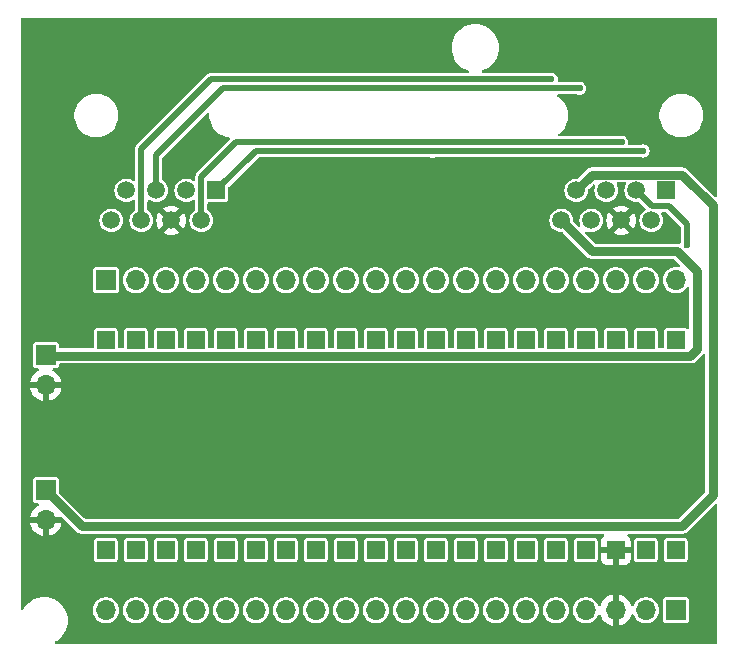
<source format=gbl>
%TF.GenerationSoftware,KiCad,Pcbnew,8.0.4*%
%TF.CreationDate,2024-08-14T00:22:54+01:00*%
%TF.ProjectId,PicoChain,5069636f-4368-4616-996e-2e6b69636164,rev?*%
%TF.SameCoordinates,Original*%
%TF.FileFunction,Copper,L2,Bot*%
%TF.FilePolarity,Positive*%
%FSLAX46Y46*%
G04 Gerber Fmt 4.6, Leading zero omitted, Abs format (unit mm)*
G04 Created by KiCad (PCBNEW 8.0.4) date 2024-08-14 00:22:54*
%MOMM*%
%LPD*%
G01*
G04 APERTURE LIST*
%TA.AperFunction,ComponentPad*%
%ADD10R,1.508000X1.508000*%
%TD*%
%TA.AperFunction,ComponentPad*%
%ADD11C,1.500000*%
%TD*%
%TA.AperFunction,ComponentPad*%
%ADD12R,1.500000X1.500000*%
%TD*%
%TA.AperFunction,ComponentPad*%
%ADD13O,1.700000X1.700000*%
%TD*%
%TA.AperFunction,ComponentPad*%
%ADD14R,1.700000X1.700000*%
%TD*%
%TA.AperFunction,ViaPad*%
%ADD15C,0.600000*%
%TD*%
%TA.AperFunction,Conductor*%
%ADD16C,0.762000*%
%TD*%
%TA.AperFunction,Conductor*%
%ADD17C,0.508000*%
%TD*%
G04 APERTURE END LIST*
D10*
%TO.P,U2,VSYS,VSYS*%
%TO.N,Net-(J6-Pin_2)*%
X182969400Y-113462600D03*
%TO.P,U2,VBUS,VBUS*%
%TO.N,+5V*%
X185509400Y-113462600D03*
%TO.P,U2,RUN,RUN*%
%TO.N,Net-(J6-Pin_11)*%
X160109400Y-113462600D03*
%TO.P,U2,GP28_A2,GP28_A2*%
%TO.N,Net-(J6-Pin_7)*%
X170269400Y-113462600D03*
%TO.P,U2,GP27_A1,GP27_A1*%
%TO.N,Net-(J6-Pin_9)*%
X165189400Y-113462600D03*
%TO.P,U2,GP26_A0,GP26_A0*%
%TO.N,Net-(J6-Pin_10)*%
X162649400Y-113462600D03*
%TO.P,U2,GP22,GP22*%
%TO.N,Net-(J6-Pin_12)*%
X157569400Y-113462600D03*
%TO.P,U2,GP21,GP21*%
%TO.N,Net-(J6-Pin_14)*%
X152489400Y-113462600D03*
%TO.P,U2,GP20,GP20*%
%TO.N,Net-(J6-Pin_15)*%
X149949400Y-113462600D03*
%TO.P,U2,GP19,GP19*%
%TO.N,Net-(J6-Pin_16)*%
X147409400Y-113462600D03*
%TO.P,U2,GP18,GP18*%
%TO.N,Net-(J6-Pin_17)*%
X144869400Y-113462600D03*
%TO.P,U2,GP17,GP17*%
%TO.N,Net-(J6-Pin_19)*%
X139789400Y-113462600D03*
%TO.P,U2,GP16,GP16*%
%TO.N,Net-(J6-Pin_20)*%
X137249400Y-113462600D03*
%TO.P,U2,GP15,GP15*%
%TO.N,Net-(J5-Pin_1)*%
X137249400Y-95682600D03*
%TO.P,U2,GP14,GP14*%
%TO.N,Net-(J5-Pin_2)*%
X139789400Y-95682600D03*
%TO.P,U2,GP13,GP13*%
%TO.N,Net-(J5-Pin_4)*%
X144869400Y-95682600D03*
%TO.P,U2,GP12,GP12*%
%TO.N,Net-(J5-Pin_5)*%
X147409400Y-95682600D03*
%TO.P,U2,GP11,GP11*%
%TO.N,Net-(J5-Pin_6)*%
X149949400Y-95682600D03*
%TO.P,U2,GP10,GP10*%
%TO.N,Net-(J5-Pin_7)*%
X152489400Y-95682600D03*
%TO.P,U2,GP9,GP9*%
%TO.N,Net-(J5-Pin_9)*%
X157569400Y-95682600D03*
%TO.P,U2,GP8,GP8*%
%TO.N,Net-(J5-Pin_10)*%
X160109400Y-95682600D03*
%TO.P,U2,GP7,GP7*%
%TO.N,Net-(J5-Pin_11)*%
X162649400Y-95682600D03*
%TO.P,U2,GP6,GP6*%
%TO.N,Net-(J5-Pin_12)*%
X165189400Y-95682600D03*
%TO.P,U2,GP5,GP5*%
%TO.N,Net-(J5-Pin_14)*%
X170269400Y-95682600D03*
%TO.P,U2,GP4,GP4*%
%TO.N,Net-(J5-Pin_15)*%
X172809400Y-95682600D03*
%TO.P,U2,GP3,GP3*%
%TO.N,Net-(J5-Pin_16)*%
X175349400Y-95682600D03*
%TO.P,U2,GP2,GP2*%
%TO.N,Net-(J5-Pin_17)*%
X177889400Y-95682600D03*
%TO.P,U2,GP1,GP1*%
%TO.N,Net-(J5-Pin_19)*%
X182969400Y-95682600D03*
%TO.P,U2,GP0,GP0*%
%TO.N,Net-(J5-Pin_20)*%
X185509400Y-95682600D03*
%TO.P,U2,GND7,GND7*%
%TO.N,Net-(J5-Pin_3)*%
X142329400Y-95682600D03*
%TO.P,U2,GND6,GND6*%
%TO.N,Net-(J5-Pin_8)*%
X155029400Y-95682600D03*
%TO.P,U2,GND5,GND5*%
%TO.N,Net-(J5-Pin_13)*%
X167729400Y-95682600D03*
%TO.P,U2,GND4,GND4*%
%TO.N,Net-(J5-Pin_18)*%
X180429400Y-95682600D03*
%TO.P,U2,GND3,GND3*%
%TO.N,Net-(J6-Pin_18)*%
X142329400Y-113462600D03*
%TO.P,U2,GND2,GND2*%
%TO.N,Net-(J6-Pin_13)*%
X155029400Y-113462600D03*
%TO.P,U2,GND,GND*%
%TO.N,GND*%
X180429400Y-113462600D03*
%TO.P,U2,AGND,AGND*%
%TO.N,Net-(J6-Pin_8)*%
X167729400Y-113462600D03*
%TO.P,U2,ADC_VREF,ADC_VREF*%
%TO.N,Net-(J6-Pin_6)*%
X172809400Y-113462600D03*
%TO.P,U2,3V3_EN,3V3_EN*%
%TO.N,Net-(J6-Pin_4)*%
X177889400Y-113462600D03*
%TO.P,U2,3V3,3V3*%
%TO.N,Net-(J6-Pin_5)*%
X175349400Y-113462600D03*
%TD*%
D11*
%TO.P,J2,8*%
%TO.N,+12V*%
X137721900Y-85542600D03*
%TO.P,J2,7*%
%TO.N,/+5V(M)*%
X138991900Y-83002600D03*
%TO.P,J2,6*%
%TO.N,Net-(U1-DSDAM)*%
X140261900Y-85542600D03*
%TO.P,J2,5*%
%TO.N,Net-(U1-DSDAP)*%
X141531900Y-83002600D03*
%TO.P,J2,4*%
%TO.N,GND*%
X142801900Y-85542600D03*
%TO.P,J2,3*%
%TO.N,+5V*%
X144071900Y-83002600D03*
%TO.P,J2,2*%
%TO.N,Net-(U1-DSCLP)*%
X145341900Y-85542600D03*
D12*
%TO.P,J2,1*%
%TO.N,Net-(U1-DSCLM)*%
X146611900Y-83002600D03*
%TD*%
D13*
%TO.P,GND,2,Pin_2*%
%TO.N,GND*%
X132169400Y-110922600D03*
D14*
%TO.P,GND,1,Pin_1*%
%TO.N,/+5V(M)*%
X132169400Y-108382600D03*
%TD*%
D13*
%TO.P,GND,2,Pin_2*%
%TO.N,GND*%
X132169400Y-99492600D03*
D14*
%TO.P,GND,1,Pin_1*%
%TO.N,+12V*%
X132169400Y-96952600D03*
%TD*%
D13*
%TO.P,J6,20,Pin_20*%
%TO.N,Net-(J6-Pin_20)*%
X137249400Y-118542600D03*
%TO.P,J6,19,Pin_19*%
%TO.N,Net-(J6-Pin_19)*%
X139789400Y-118542600D03*
%TO.P,J6,18,Pin_18*%
%TO.N,Net-(J6-Pin_18)*%
X142329400Y-118542600D03*
%TO.P,J6,17,Pin_17*%
%TO.N,Net-(J6-Pin_17)*%
X144869400Y-118542600D03*
%TO.P,J6,16,Pin_16*%
%TO.N,Net-(J6-Pin_16)*%
X147409400Y-118542600D03*
%TO.P,J6,15,Pin_15*%
%TO.N,Net-(J6-Pin_15)*%
X149949400Y-118542600D03*
%TO.P,J6,14,Pin_14*%
%TO.N,Net-(J6-Pin_14)*%
X152489400Y-118542600D03*
%TO.P,J6,13,Pin_13*%
%TO.N,Net-(J6-Pin_13)*%
X155029400Y-118542600D03*
%TO.P,J6,12,Pin_12*%
%TO.N,Net-(J6-Pin_12)*%
X157569400Y-118542600D03*
%TO.P,J6,11,Pin_11*%
%TO.N,Net-(J6-Pin_11)*%
X160109400Y-118542600D03*
%TO.P,J6,10,Pin_10*%
%TO.N,Net-(J6-Pin_10)*%
X162649400Y-118542600D03*
%TO.P,J6,9,Pin_9*%
%TO.N,Net-(J6-Pin_9)*%
X165189400Y-118542600D03*
%TO.P,J6,8,Pin_8*%
%TO.N,Net-(J6-Pin_8)*%
X167729400Y-118542600D03*
%TO.P,J6,7,Pin_7*%
%TO.N,Net-(J6-Pin_7)*%
X170269400Y-118542600D03*
%TO.P,J6,6,Pin_6*%
%TO.N,Net-(J6-Pin_6)*%
X172809400Y-118542600D03*
%TO.P,J6,5,Pin_5*%
%TO.N,Net-(J6-Pin_5)*%
X175349400Y-118542600D03*
%TO.P,J6,4,Pin_4*%
%TO.N,Net-(J6-Pin_4)*%
X177889400Y-118542600D03*
%TO.P,J6,3,Pin_3*%
%TO.N,GND*%
X180429400Y-118542600D03*
%TO.P,J6,2,Pin_2*%
%TO.N,Net-(J6-Pin_2)*%
X182969400Y-118542600D03*
D14*
%TO.P,J6,1,Pin_1*%
%TO.N,+5V*%
X185509400Y-118542600D03*
%TD*%
D11*
%TO.P,J1,8*%
%TO.N,+12V*%
X175821900Y-85542600D03*
%TO.P,J1,7*%
%TO.N,/+5V(M)*%
X177091900Y-83002600D03*
%TO.P,J1,6*%
%TO.N,Net-(U1-DSDAM)*%
X178361900Y-85542600D03*
%TO.P,J1,5*%
%TO.N,Net-(U1-DSDAP)*%
X179631900Y-83002600D03*
%TO.P,J1,4*%
%TO.N,GND*%
X180901900Y-85542600D03*
%TO.P,J1,3*%
%TO.N,+5V*%
X182171900Y-83002600D03*
%TO.P,J1,2*%
%TO.N,Net-(U1-DSCLP)*%
X183441900Y-85542600D03*
D12*
%TO.P,J1,1*%
%TO.N,Net-(U1-DSCLM)*%
X184711900Y-83002600D03*
%TD*%
D13*
%TO.P,J5,20,Pin_20*%
%TO.N,Net-(J5-Pin_20)*%
X185509400Y-90602600D03*
%TO.P,J5,19,Pin_19*%
%TO.N,Net-(J5-Pin_19)*%
X182969400Y-90602600D03*
%TO.P,J5,18,Pin_18*%
%TO.N,Net-(J5-Pin_18)*%
X180429400Y-90602600D03*
%TO.P,J5,17,Pin_17*%
%TO.N,Net-(J5-Pin_17)*%
X177889400Y-90602600D03*
%TO.P,J5,16,Pin_16*%
%TO.N,Net-(J5-Pin_16)*%
X175349400Y-90602600D03*
%TO.P,J5,15,Pin_15*%
%TO.N,Net-(J5-Pin_15)*%
X172809400Y-90602600D03*
%TO.P,J5,14,Pin_14*%
%TO.N,Net-(J5-Pin_14)*%
X170269400Y-90602600D03*
%TO.P,J5,13,Pin_13*%
%TO.N,Net-(J5-Pin_13)*%
X167729400Y-90602600D03*
%TO.P,J5,12,Pin_12*%
%TO.N,Net-(J5-Pin_12)*%
X165189400Y-90602600D03*
%TO.P,J5,11,Pin_11*%
%TO.N,Net-(J5-Pin_11)*%
X162649400Y-90602600D03*
%TO.P,J5,10,Pin_10*%
%TO.N,Net-(J5-Pin_10)*%
X160109400Y-90602600D03*
%TO.P,J5,9,Pin_9*%
%TO.N,Net-(J5-Pin_9)*%
X157569400Y-90602600D03*
%TO.P,J5,8,Pin_8*%
%TO.N,Net-(J5-Pin_8)*%
X155029400Y-90602600D03*
%TO.P,J5,7,Pin_7*%
%TO.N,Net-(J5-Pin_7)*%
X152489400Y-90602600D03*
%TO.P,J5,6,Pin_6*%
%TO.N,Net-(J5-Pin_6)*%
X149949400Y-90602600D03*
%TO.P,J5,5,Pin_5*%
%TO.N,Net-(J5-Pin_5)*%
X147409400Y-90602600D03*
%TO.P,J5,4,Pin_4*%
%TO.N,Net-(J5-Pin_4)*%
X144869400Y-90602600D03*
%TO.P,J5,3,Pin_3*%
%TO.N,Net-(J5-Pin_3)*%
X142329400Y-90602600D03*
%TO.P,J5,2,Pin_2*%
%TO.N,Net-(J5-Pin_2)*%
X139789400Y-90602600D03*
D14*
%TO.P,J5,1,Pin_1*%
%TO.N,Net-(J5-Pin_1)*%
X137249400Y-90602600D03*
%TD*%
D15*
%TO.N,+5V*%
X186436000Y-87630000D03*
%TO.N,Net-(U1-DSDAP)*%
X164785172Y-74338600D03*
X177381400Y-74346600D03*
%TO.N,Net-(U1-DSCLM)*%
X182740559Y-79655441D03*
X164935400Y-79680600D03*
%TO.N,Net-(U1-DSDAM)*%
X164427400Y-73584600D03*
X174960400Y-73584600D03*
%TO.N,Net-(U1-DSCLP)*%
X180937400Y-78918600D03*
X164427400Y-78918600D03*
%TD*%
D16*
%TO.N,+12V*%
X187287400Y-96444600D02*
X187287400Y-89840600D01*
X132234400Y-97017600D02*
X186714400Y-97017600D01*
X132169400Y-96952600D02*
X132234400Y-97017600D01*
X187287400Y-89840600D02*
X185584800Y-88138000D01*
X186714400Y-97017600D02*
X187287400Y-96444600D01*
X185584800Y-88138000D02*
X178417300Y-88138000D01*
X178417300Y-88138000D02*
X175821900Y-85542600D01*
D17*
%TO.N,+5V*%
X182171900Y-83002600D02*
X183497300Y-84328000D01*
X183497300Y-84328000D02*
X184912000Y-84328000D01*
X184912000Y-84328000D02*
X186436000Y-85852000D01*
X186436000Y-85852000D02*
X186436000Y-87630000D01*
D16*
%TO.N,/+5V(M)*%
X132169400Y-108382600D02*
X135206800Y-111420000D01*
X188638400Y-108821600D02*
X188638400Y-84267100D01*
X188638400Y-84267100D02*
X186042900Y-81671600D01*
X135206800Y-111420000D02*
X186040000Y-111420000D01*
X186040000Y-111420000D02*
X188638400Y-108821600D01*
X186042900Y-81671600D02*
X178422900Y-81671600D01*
X178422900Y-81671600D02*
X177091900Y-83002600D01*
D17*
%TO.N,Net-(U1-DSDAP)*%
X164785172Y-74338600D02*
X177373400Y-74338600D01*
X177373400Y-74338600D02*
X177381400Y-74346600D01*
X164785172Y-74338600D02*
X147214738Y-74338600D01*
X141531900Y-80021438D02*
X141531900Y-83002600D01*
X147214738Y-74338600D02*
X141531900Y-80021438D01*
%TO.N,Net-(U1-DSDAM)*%
X164427400Y-73584600D02*
X146139400Y-73584600D01*
X146139400Y-73584600D02*
X140261900Y-79462100D01*
X140261900Y-79462100D02*
X140261900Y-85542600D01*
X164427400Y-73584600D02*
X174960400Y-73584600D01*
%TO.N,Net-(U1-DSCLM)*%
X164935400Y-79680600D02*
X182715400Y-79680600D01*
X182715400Y-79680600D02*
X182740559Y-79655441D01*
%TO.N,Net-(U1-DSCLP)*%
X164427400Y-78918600D02*
X180937400Y-78918600D01*
%TO.N,Net-(U1-DSCLM)*%
X146627400Y-83002600D02*
X149949400Y-79680600D01*
X146611900Y-83002600D02*
X146627400Y-83002600D01*
X149949400Y-79680600D02*
X164935400Y-79680600D01*
%TO.N,Net-(U1-DSCLP)*%
X145341900Y-85542600D02*
X145341900Y-81864600D01*
X148287900Y-78918600D02*
X164427400Y-78918600D01*
X145341900Y-81864600D02*
X148287900Y-78918600D01*
%TD*%
%TA.AperFunction,Conductor*%
%TO.N,GND*%
G36*
X188981621Y-68440502D02*
G01*
X189028114Y-68494158D01*
X189039500Y-68546500D01*
X189039500Y-83465277D01*
X189019498Y-83533398D01*
X188965842Y-83579891D01*
X188895568Y-83589995D01*
X188830988Y-83560501D01*
X188824405Y-83554372D01*
X186448010Y-81177977D01*
X186448008Y-81177975D01*
X186343922Y-81108427D01*
X186228269Y-81060522D01*
X186105493Y-81036100D01*
X186105491Y-81036100D01*
X178485491Y-81036100D01*
X178360309Y-81036100D01*
X178360306Y-81036100D01*
X178237530Y-81060522D01*
X178237525Y-81060524D01*
X178121877Y-81108427D01*
X178017796Y-81177972D01*
X178017794Y-81177973D01*
X177234745Y-81961020D01*
X177172433Y-81995045D01*
X177133300Y-81997317D01*
X177091903Y-81993240D01*
X177091897Y-81993240D01*
X176894990Y-82012633D01*
X176705634Y-82070073D01*
X176531129Y-82163348D01*
X176378175Y-82288875D01*
X176252648Y-82441829D01*
X176159373Y-82616334D01*
X176101933Y-82805690D01*
X176082540Y-83002597D01*
X176082540Y-83002602D01*
X176101933Y-83199509D01*
X176101934Y-83199515D01*
X176101935Y-83199516D01*
X176159373Y-83388865D01*
X176252648Y-83563370D01*
X176378175Y-83716325D01*
X176531130Y-83841852D01*
X176705635Y-83935127D01*
X176894984Y-83992565D01*
X176894988Y-83992565D01*
X176894990Y-83992566D01*
X177091897Y-84011960D01*
X177091900Y-84011960D01*
X177091903Y-84011960D01*
X177288809Y-83992566D01*
X177288810Y-83992565D01*
X177288816Y-83992565D01*
X177478165Y-83935127D01*
X177652670Y-83841852D01*
X177805625Y-83716325D01*
X177931152Y-83563370D01*
X178024427Y-83388865D01*
X178081865Y-83199516D01*
X178101260Y-83002600D01*
X178097182Y-82961200D01*
X178110410Y-82891446D01*
X178133480Y-82859753D01*
X178484101Y-82509132D01*
X178546413Y-82475106D01*
X178617228Y-82480171D01*
X178674064Y-82522718D01*
X178698875Y-82589238D01*
X178693771Y-82634802D01*
X178641933Y-82805690D01*
X178622540Y-83002597D01*
X178622540Y-83002602D01*
X178641933Y-83199509D01*
X178641934Y-83199515D01*
X178641935Y-83199516D01*
X178699373Y-83388865D01*
X178792648Y-83563370D01*
X178918175Y-83716325D01*
X179071130Y-83841852D01*
X179245635Y-83935127D01*
X179434984Y-83992565D01*
X179434988Y-83992565D01*
X179434990Y-83992566D01*
X179631897Y-84011960D01*
X179631900Y-84011960D01*
X179631903Y-84011960D01*
X179828809Y-83992566D01*
X179828810Y-83992565D01*
X179828816Y-83992565D01*
X180018165Y-83935127D01*
X180192670Y-83841852D01*
X180345625Y-83716325D01*
X180471152Y-83563370D01*
X180564427Y-83388865D01*
X180621865Y-83199516D01*
X180641260Y-83002600D01*
X180641260Y-83002597D01*
X180621866Y-82805690D01*
X180621865Y-82805688D01*
X180621865Y-82805684D01*
X180564427Y-82616335D01*
X180498234Y-82492496D01*
X180483762Y-82422990D01*
X180509166Y-82356694D01*
X180566379Y-82314656D01*
X180609356Y-82307100D01*
X181194444Y-82307100D01*
X181262565Y-82327102D01*
X181309058Y-82380758D01*
X181319162Y-82451032D01*
X181305566Y-82492496D01*
X181239373Y-82616334D01*
X181181933Y-82805690D01*
X181162540Y-83002597D01*
X181162540Y-83002602D01*
X181181933Y-83199509D01*
X181181934Y-83199515D01*
X181181935Y-83199516D01*
X181239373Y-83388865D01*
X181332648Y-83563370D01*
X181458175Y-83716325D01*
X181611130Y-83841852D01*
X181785635Y-83935127D01*
X181974984Y-83992565D01*
X181974988Y-83992565D01*
X181974990Y-83992566D01*
X182171897Y-84011960D01*
X182171900Y-84011960D01*
X182171902Y-84011960D01*
X182256058Y-84003670D01*
X182368816Y-83992565D01*
X182368817Y-83992564D01*
X182374976Y-83991958D01*
X182375217Y-83994411D01*
X182435103Y-83999756D01*
X182478094Y-84027922D01*
X182737997Y-84287825D01*
X182938508Y-84488335D01*
X182972533Y-84550648D01*
X182967469Y-84621463D01*
X182924922Y-84678299D01*
X182908812Y-84688551D01*
X182899835Y-84693349D01*
X182881127Y-84703349D01*
X182728175Y-84828875D01*
X182602648Y-84981829D01*
X182509373Y-85156334D01*
X182451933Y-85345690D01*
X182432540Y-85542595D01*
X182432540Y-85542600D01*
X182451933Y-85739509D01*
X182451934Y-85739515D01*
X182451935Y-85739516D01*
X182509373Y-85928865D01*
X182602648Y-86103370D01*
X182728175Y-86256325D01*
X182881130Y-86381852D01*
X183055635Y-86475127D01*
X183244984Y-86532565D01*
X183244988Y-86532565D01*
X183244990Y-86532566D01*
X183441897Y-86551960D01*
X183441900Y-86551960D01*
X183441903Y-86551960D01*
X183638809Y-86532566D01*
X183638810Y-86532565D01*
X183638816Y-86532565D01*
X183828165Y-86475127D01*
X184002670Y-86381852D01*
X184155625Y-86256325D01*
X184281152Y-86103370D01*
X184374427Y-85928865D01*
X184431865Y-85739516D01*
X184436814Y-85689275D01*
X184451260Y-85542600D01*
X184451260Y-85542595D01*
X184431866Y-85345690D01*
X184431865Y-85345688D01*
X184431865Y-85345684D01*
X184374427Y-85156335D01*
X184302568Y-85021896D01*
X184288096Y-84952390D01*
X184313500Y-84886094D01*
X184370713Y-84844056D01*
X184413690Y-84836500D01*
X184649182Y-84836500D01*
X184717303Y-84856502D01*
X184738277Y-84873405D01*
X185890595Y-86025723D01*
X185924621Y-86088035D01*
X185927500Y-86114818D01*
X185927500Y-87383584D01*
X185917907Y-87431807D01*
X185909831Y-87451302D01*
X185865281Y-87506581D01*
X185797916Y-87528999D01*
X185768843Y-87526658D01*
X185647396Y-87502500D01*
X185647391Y-87502500D01*
X178732723Y-87502500D01*
X178664602Y-87482498D01*
X178643628Y-87465595D01*
X177868431Y-86690398D01*
X177834405Y-86628086D01*
X177839470Y-86557271D01*
X177882017Y-86500435D01*
X177948537Y-86475624D01*
X177994097Y-86480727D01*
X178164984Y-86532565D01*
X178164990Y-86532565D01*
X178164992Y-86532566D01*
X178361897Y-86551960D01*
X178361900Y-86551960D01*
X178361903Y-86551960D01*
X178558809Y-86532566D01*
X178558810Y-86532565D01*
X178558816Y-86532565D01*
X178748165Y-86475127D01*
X178922670Y-86381852D01*
X179075625Y-86256325D01*
X179201152Y-86103370D01*
X179294427Y-85928865D01*
X179351865Y-85739516D01*
X179356814Y-85689275D01*
X179371260Y-85542600D01*
X179647125Y-85542600D01*
X179666188Y-85760492D01*
X179722796Y-85971755D01*
X179722798Y-85971761D01*
X179815233Y-86169988D01*
X179858773Y-86232170D01*
X180521900Y-85569044D01*
X180521900Y-85592628D01*
X180547796Y-85689275D01*
X180597824Y-85775925D01*
X180668575Y-85846676D01*
X180755225Y-85896704D01*
X180851872Y-85922600D01*
X180875452Y-85922600D01*
X180212328Y-86585723D01*
X180212328Y-86585724D01*
X180274515Y-86629268D01*
X180472738Y-86721701D01*
X180472744Y-86721703D01*
X180684007Y-86778311D01*
X180901900Y-86797374D01*
X181119792Y-86778311D01*
X181331055Y-86721703D01*
X181331061Y-86721701D01*
X181529287Y-86629267D01*
X181529289Y-86629266D01*
X181591470Y-86585725D01*
X181591470Y-86585724D01*
X180928347Y-85922600D01*
X180951928Y-85922600D01*
X181048575Y-85896704D01*
X181135225Y-85846676D01*
X181205976Y-85775925D01*
X181256004Y-85689275D01*
X181281900Y-85592628D01*
X181281900Y-85569046D01*
X181945024Y-86232170D01*
X181945025Y-86232170D01*
X181988566Y-86169989D01*
X181988567Y-86169987D01*
X182081001Y-85971761D01*
X182081003Y-85971755D01*
X182137611Y-85760492D01*
X182156674Y-85542600D01*
X182137611Y-85324707D01*
X182081003Y-85113444D01*
X182081001Y-85113439D01*
X181988565Y-84915209D01*
X181945025Y-84853028D01*
X181281900Y-85516152D01*
X181281900Y-85492572D01*
X181256004Y-85395925D01*
X181205976Y-85309275D01*
X181135225Y-85238524D01*
X181048575Y-85188496D01*
X180951928Y-85162600D01*
X180928346Y-85162600D01*
X181591470Y-84499473D01*
X181529288Y-84455933D01*
X181331061Y-84363498D01*
X181331055Y-84363496D01*
X181119792Y-84306888D01*
X180901900Y-84287825D01*
X180684007Y-84306888D01*
X180472744Y-84363496D01*
X180472739Y-84363498D01*
X180274511Y-84455934D01*
X180212327Y-84499474D01*
X180875453Y-85162600D01*
X180851872Y-85162600D01*
X180755225Y-85188496D01*
X180668575Y-85238524D01*
X180597824Y-85309275D01*
X180547796Y-85395925D01*
X180521900Y-85492572D01*
X180521900Y-85516153D01*
X179858774Y-84853027D01*
X179815234Y-84915211D01*
X179722798Y-85113439D01*
X179722796Y-85113444D01*
X179666188Y-85324707D01*
X179647125Y-85542600D01*
X179371260Y-85542600D01*
X179371260Y-85542595D01*
X179351866Y-85345690D01*
X179351865Y-85345688D01*
X179351865Y-85345684D01*
X179294427Y-85156335D01*
X179201152Y-84981830D01*
X179075625Y-84828875D01*
X178922670Y-84703348D01*
X178748165Y-84610073D01*
X178558816Y-84552635D01*
X178558815Y-84552634D01*
X178558809Y-84552633D01*
X178361903Y-84533240D01*
X178361897Y-84533240D01*
X178164990Y-84552633D01*
X177975634Y-84610073D01*
X177801129Y-84703348D01*
X177648175Y-84828875D01*
X177522648Y-84981829D01*
X177429373Y-85156334D01*
X177371933Y-85345690D01*
X177352540Y-85542595D01*
X177352540Y-85542600D01*
X177371933Y-85739509D01*
X177371934Y-85739515D01*
X177371935Y-85739516D01*
X177385749Y-85785055D01*
X177423771Y-85910398D01*
X177424404Y-85981392D01*
X177386554Y-86041458D01*
X177322239Y-86071526D01*
X177251878Y-86062049D01*
X177214101Y-86036068D01*
X176863480Y-85685447D01*
X176829454Y-85623135D01*
X176827182Y-85584000D01*
X176831260Y-85542600D01*
X176831260Y-85542595D01*
X176811866Y-85345690D01*
X176811865Y-85345688D01*
X176811865Y-85345684D01*
X176754427Y-85156335D01*
X176661152Y-84981830D01*
X176535625Y-84828875D01*
X176382670Y-84703348D01*
X176208165Y-84610073D01*
X176018816Y-84552635D01*
X176018815Y-84552634D01*
X176018809Y-84552633D01*
X175821903Y-84533240D01*
X175821897Y-84533240D01*
X175624990Y-84552633D01*
X175435634Y-84610073D01*
X175261129Y-84703348D01*
X175108175Y-84828875D01*
X174982648Y-84981829D01*
X174889373Y-85156334D01*
X174831933Y-85345690D01*
X174812540Y-85542595D01*
X174812540Y-85542600D01*
X174831933Y-85739509D01*
X174831934Y-85739515D01*
X174831935Y-85739516D01*
X174889373Y-85928865D01*
X174982648Y-86103370D01*
X175108175Y-86256325D01*
X175261130Y-86381852D01*
X175435635Y-86475127D01*
X175624984Y-86532565D01*
X175624988Y-86532565D01*
X175624990Y-86532566D01*
X175821897Y-86551960D01*
X175821900Y-86551960D01*
X175821901Y-86551960D01*
X175863300Y-86547882D01*
X175933054Y-86561110D01*
X175964747Y-86584180D01*
X178012192Y-88631625D01*
X178116278Y-88701173D01*
X178231931Y-88749078D01*
X178354709Y-88773500D01*
X178479891Y-88773500D01*
X185269377Y-88773500D01*
X185337498Y-88793502D01*
X185358472Y-88810405D01*
X185858328Y-89310261D01*
X185892354Y-89372573D01*
X185887289Y-89443388D01*
X185844742Y-89500224D01*
X185778222Y-89525035D01*
X185746081Y-89523211D01*
X185728659Y-89519954D01*
X185611747Y-89498100D01*
X185407053Y-89498100D01*
X185262962Y-89525035D01*
X185205839Y-89535713D01*
X185014977Y-89609654D01*
X185014966Y-89609659D01*
X184840936Y-89717414D01*
X184689666Y-89855315D01*
X184566313Y-90018663D01*
X184475071Y-90201901D01*
X184419054Y-90398780D01*
X184400168Y-90602595D01*
X184400168Y-90602604D01*
X184419054Y-90806419D01*
X184419055Y-90806421D01*
X184475072Y-91003301D01*
X184566312Y-91186535D01*
X184566313Y-91186536D01*
X184689666Y-91349884D01*
X184840936Y-91487785D01*
X185014966Y-91595540D01*
X185014968Y-91595540D01*
X185014973Y-91595544D01*
X185205844Y-91669488D01*
X185407053Y-91707100D01*
X185407055Y-91707100D01*
X185611745Y-91707100D01*
X185611747Y-91707100D01*
X185812956Y-91669488D01*
X186003827Y-91595544D01*
X186177862Y-91487786D01*
X186329132Y-91349885D01*
X186425350Y-91222472D01*
X186482363Y-91180165D01*
X186553200Y-91175397D01*
X186615369Y-91209683D01*
X186649132Y-91272138D01*
X186651900Y-91298404D01*
X186651900Y-94646374D01*
X186631898Y-94714495D01*
X186578242Y-94760988D01*
X186507968Y-94771092D01*
X186455897Y-94751138D01*
X186362702Y-94688866D01*
X186288467Y-94674100D01*
X184730336Y-94674100D01*
X184730326Y-94674101D01*
X184656099Y-94688865D01*
X184571915Y-94745116D01*
X184515666Y-94829297D01*
X184500900Y-94903530D01*
X184500900Y-94903534D01*
X184500901Y-96256100D01*
X184480899Y-96324221D01*
X184427243Y-96370714D01*
X184374901Y-96382100D01*
X184103900Y-96382100D01*
X184035779Y-96362098D01*
X183989286Y-96308442D01*
X183977900Y-96256100D01*
X183977899Y-94903536D01*
X183977898Y-94903526D01*
X183963134Y-94829299D01*
X183906883Y-94745115D01*
X183822702Y-94688866D01*
X183748467Y-94674100D01*
X182190336Y-94674100D01*
X182190326Y-94674101D01*
X182116099Y-94688865D01*
X182031915Y-94745116D01*
X181975666Y-94829297D01*
X181960900Y-94903530D01*
X181960900Y-94903534D01*
X181960901Y-96256100D01*
X181940899Y-96324221D01*
X181887243Y-96370714D01*
X181834901Y-96382100D01*
X181563900Y-96382100D01*
X181495779Y-96362098D01*
X181449286Y-96308442D01*
X181437900Y-96256100D01*
X181437899Y-94903536D01*
X181437898Y-94903526D01*
X181423134Y-94829299D01*
X181366883Y-94745115D01*
X181282702Y-94688866D01*
X181208467Y-94674100D01*
X179650336Y-94674100D01*
X179650326Y-94674101D01*
X179576099Y-94688865D01*
X179491915Y-94745116D01*
X179435666Y-94829297D01*
X179420900Y-94903530D01*
X179420900Y-94903534D01*
X179420901Y-96256100D01*
X179400899Y-96324221D01*
X179347243Y-96370714D01*
X179294901Y-96382100D01*
X179023900Y-96382100D01*
X178955779Y-96362098D01*
X178909286Y-96308442D01*
X178897900Y-96256100D01*
X178897899Y-94903536D01*
X178897898Y-94903526D01*
X178883134Y-94829299D01*
X178826883Y-94745115D01*
X178742702Y-94688866D01*
X178668467Y-94674100D01*
X177110336Y-94674100D01*
X177110326Y-94674101D01*
X177036099Y-94688865D01*
X176951915Y-94745116D01*
X176895666Y-94829297D01*
X176880900Y-94903530D01*
X176880900Y-94903534D01*
X176880901Y-96256100D01*
X176860899Y-96324221D01*
X176807243Y-96370714D01*
X176754901Y-96382100D01*
X176483900Y-96382100D01*
X176415779Y-96362098D01*
X176369286Y-96308442D01*
X176357900Y-96256100D01*
X176357899Y-94903536D01*
X176357898Y-94903526D01*
X176343134Y-94829299D01*
X176286883Y-94745115D01*
X176202702Y-94688866D01*
X176128467Y-94674100D01*
X174570336Y-94674100D01*
X174570326Y-94674101D01*
X174496099Y-94688865D01*
X174411915Y-94745116D01*
X174355666Y-94829297D01*
X174340900Y-94903530D01*
X174340900Y-94903534D01*
X174340901Y-96256100D01*
X174320899Y-96324221D01*
X174267243Y-96370714D01*
X174214901Y-96382100D01*
X173943900Y-96382100D01*
X173875779Y-96362098D01*
X173829286Y-96308442D01*
X173817900Y-96256100D01*
X173817899Y-94903536D01*
X173817898Y-94903526D01*
X173803134Y-94829299D01*
X173746883Y-94745115D01*
X173662702Y-94688866D01*
X173588467Y-94674100D01*
X172030336Y-94674100D01*
X172030326Y-94674101D01*
X171956099Y-94688865D01*
X171871915Y-94745116D01*
X171815666Y-94829297D01*
X171800900Y-94903530D01*
X171800900Y-94903534D01*
X171800901Y-96256100D01*
X171780899Y-96324221D01*
X171727243Y-96370714D01*
X171674901Y-96382100D01*
X171403900Y-96382100D01*
X171335779Y-96362098D01*
X171289286Y-96308442D01*
X171277900Y-96256100D01*
X171277899Y-94903536D01*
X171277898Y-94903526D01*
X171263134Y-94829299D01*
X171206883Y-94745115D01*
X171122702Y-94688866D01*
X171048467Y-94674100D01*
X169490336Y-94674100D01*
X169490326Y-94674101D01*
X169416099Y-94688865D01*
X169331915Y-94745116D01*
X169275666Y-94829297D01*
X169260900Y-94903530D01*
X169260900Y-94903534D01*
X169260901Y-96256100D01*
X169240899Y-96324221D01*
X169187243Y-96370714D01*
X169134901Y-96382100D01*
X168863900Y-96382100D01*
X168795779Y-96362098D01*
X168749286Y-96308442D01*
X168737900Y-96256100D01*
X168737899Y-94903536D01*
X168737898Y-94903526D01*
X168723134Y-94829299D01*
X168666883Y-94745115D01*
X168582702Y-94688866D01*
X168508467Y-94674100D01*
X166950336Y-94674100D01*
X166950326Y-94674101D01*
X166876099Y-94688865D01*
X166791915Y-94745116D01*
X166735666Y-94829297D01*
X166720900Y-94903530D01*
X166720900Y-94903534D01*
X166720901Y-96256100D01*
X166700899Y-96324221D01*
X166647243Y-96370714D01*
X166594901Y-96382100D01*
X166323900Y-96382100D01*
X166255779Y-96362098D01*
X166209286Y-96308442D01*
X166197900Y-96256100D01*
X166197899Y-94903536D01*
X166197898Y-94903526D01*
X166183134Y-94829299D01*
X166126883Y-94745115D01*
X166042702Y-94688866D01*
X165968467Y-94674100D01*
X164410336Y-94674100D01*
X164410326Y-94674101D01*
X164336099Y-94688865D01*
X164251915Y-94745116D01*
X164195666Y-94829297D01*
X164180900Y-94903530D01*
X164180900Y-94903534D01*
X164180901Y-96256100D01*
X164160899Y-96324221D01*
X164107243Y-96370714D01*
X164054901Y-96382100D01*
X163783900Y-96382100D01*
X163715779Y-96362098D01*
X163669286Y-96308442D01*
X163657900Y-96256100D01*
X163657899Y-94903536D01*
X163657898Y-94903526D01*
X163643134Y-94829299D01*
X163586883Y-94745115D01*
X163502702Y-94688866D01*
X163428467Y-94674100D01*
X161870336Y-94674100D01*
X161870326Y-94674101D01*
X161796099Y-94688865D01*
X161711915Y-94745116D01*
X161655666Y-94829297D01*
X161640900Y-94903530D01*
X161640900Y-94903534D01*
X161640901Y-96256100D01*
X161620899Y-96324221D01*
X161567243Y-96370714D01*
X161514901Y-96382100D01*
X161243900Y-96382100D01*
X161175779Y-96362098D01*
X161129286Y-96308442D01*
X161117900Y-96256100D01*
X161117899Y-94903536D01*
X161117898Y-94903526D01*
X161103134Y-94829299D01*
X161046883Y-94745115D01*
X160962702Y-94688866D01*
X160888467Y-94674100D01*
X159330336Y-94674100D01*
X159330326Y-94674101D01*
X159256099Y-94688865D01*
X159171915Y-94745116D01*
X159115666Y-94829297D01*
X159100900Y-94903530D01*
X159100900Y-94903534D01*
X159100901Y-96256100D01*
X159080899Y-96324221D01*
X159027243Y-96370714D01*
X158974901Y-96382100D01*
X158703900Y-96382100D01*
X158635779Y-96362098D01*
X158589286Y-96308442D01*
X158577900Y-96256100D01*
X158577899Y-94903536D01*
X158577898Y-94903526D01*
X158563134Y-94829299D01*
X158506883Y-94745115D01*
X158422702Y-94688866D01*
X158348467Y-94674100D01*
X156790336Y-94674100D01*
X156790326Y-94674101D01*
X156716099Y-94688865D01*
X156631915Y-94745116D01*
X156575666Y-94829297D01*
X156560900Y-94903530D01*
X156560900Y-94903534D01*
X156560901Y-96256100D01*
X156540899Y-96324221D01*
X156487243Y-96370714D01*
X156434901Y-96382100D01*
X156163900Y-96382100D01*
X156095779Y-96362098D01*
X156049286Y-96308442D01*
X156037900Y-96256100D01*
X156037899Y-94903536D01*
X156037898Y-94903526D01*
X156023134Y-94829299D01*
X155966883Y-94745115D01*
X155882702Y-94688866D01*
X155808467Y-94674100D01*
X154250336Y-94674100D01*
X154250326Y-94674101D01*
X154176099Y-94688865D01*
X154091915Y-94745116D01*
X154035666Y-94829297D01*
X154020900Y-94903530D01*
X154020900Y-94903534D01*
X154020901Y-96256100D01*
X154000899Y-96324221D01*
X153947243Y-96370714D01*
X153894901Y-96382100D01*
X153623900Y-96382100D01*
X153555779Y-96362098D01*
X153509286Y-96308442D01*
X153497900Y-96256100D01*
X153497899Y-94903536D01*
X153497898Y-94903526D01*
X153483134Y-94829299D01*
X153426883Y-94745115D01*
X153342702Y-94688866D01*
X153268467Y-94674100D01*
X151710336Y-94674100D01*
X151710326Y-94674101D01*
X151636099Y-94688865D01*
X151551915Y-94745116D01*
X151495666Y-94829297D01*
X151480900Y-94903530D01*
X151480900Y-94903534D01*
X151480901Y-96256100D01*
X151460899Y-96324221D01*
X151407243Y-96370714D01*
X151354901Y-96382100D01*
X151083900Y-96382100D01*
X151015779Y-96362098D01*
X150969286Y-96308442D01*
X150957900Y-96256100D01*
X150957899Y-94903536D01*
X150957898Y-94903526D01*
X150943134Y-94829299D01*
X150886883Y-94745115D01*
X150802702Y-94688866D01*
X150728467Y-94674100D01*
X149170336Y-94674100D01*
X149170326Y-94674101D01*
X149096099Y-94688865D01*
X149011915Y-94745116D01*
X148955666Y-94829297D01*
X148940900Y-94903530D01*
X148940900Y-94903534D01*
X148940901Y-96256100D01*
X148920899Y-96324221D01*
X148867243Y-96370714D01*
X148814901Y-96382100D01*
X148543900Y-96382100D01*
X148475779Y-96362098D01*
X148429286Y-96308442D01*
X148417900Y-96256100D01*
X148417899Y-94903536D01*
X148417898Y-94903526D01*
X148403134Y-94829299D01*
X148346883Y-94745115D01*
X148262702Y-94688866D01*
X148188467Y-94674100D01*
X146630336Y-94674100D01*
X146630326Y-94674101D01*
X146556099Y-94688865D01*
X146471915Y-94745116D01*
X146415666Y-94829297D01*
X146400900Y-94903530D01*
X146400900Y-94903534D01*
X146400901Y-96256100D01*
X146380899Y-96324221D01*
X146327243Y-96370714D01*
X146274901Y-96382100D01*
X146003900Y-96382100D01*
X145935779Y-96362098D01*
X145889286Y-96308442D01*
X145877900Y-96256100D01*
X145877899Y-94903536D01*
X145877898Y-94903526D01*
X145863134Y-94829299D01*
X145806883Y-94745115D01*
X145722702Y-94688866D01*
X145648467Y-94674100D01*
X144090336Y-94674100D01*
X144090326Y-94674101D01*
X144016099Y-94688865D01*
X143931915Y-94745116D01*
X143875666Y-94829297D01*
X143860900Y-94903530D01*
X143860900Y-94903534D01*
X143860901Y-96256100D01*
X143840899Y-96324221D01*
X143787243Y-96370714D01*
X143734901Y-96382100D01*
X143463900Y-96382100D01*
X143395779Y-96362098D01*
X143349286Y-96308442D01*
X143337900Y-96256100D01*
X143337899Y-94903536D01*
X143337898Y-94903526D01*
X143323134Y-94829299D01*
X143266883Y-94745115D01*
X143182702Y-94688866D01*
X143108467Y-94674100D01*
X141550336Y-94674100D01*
X141550326Y-94674101D01*
X141476099Y-94688865D01*
X141391915Y-94745116D01*
X141335666Y-94829297D01*
X141320900Y-94903530D01*
X141320900Y-94903534D01*
X141320901Y-96256100D01*
X141300899Y-96324221D01*
X141247243Y-96370714D01*
X141194901Y-96382100D01*
X140923900Y-96382100D01*
X140855779Y-96362098D01*
X140809286Y-96308442D01*
X140797900Y-96256100D01*
X140797899Y-94903536D01*
X140797898Y-94903526D01*
X140783134Y-94829299D01*
X140726883Y-94745115D01*
X140642702Y-94688866D01*
X140568467Y-94674100D01*
X139010336Y-94674100D01*
X139010326Y-94674101D01*
X138936099Y-94688865D01*
X138851915Y-94745116D01*
X138795666Y-94829297D01*
X138780900Y-94903530D01*
X138780900Y-94903534D01*
X138780901Y-96256100D01*
X138760899Y-96324221D01*
X138707243Y-96370714D01*
X138654901Y-96382100D01*
X138383900Y-96382100D01*
X138315779Y-96362098D01*
X138269286Y-96308442D01*
X138257900Y-96256100D01*
X138257899Y-94903536D01*
X138257898Y-94903526D01*
X138243134Y-94829299D01*
X138186883Y-94745115D01*
X138102702Y-94688866D01*
X138028467Y-94674100D01*
X136470336Y-94674100D01*
X136470326Y-94674101D01*
X136396099Y-94688865D01*
X136311915Y-94745116D01*
X136255666Y-94829297D01*
X136240900Y-94903530D01*
X136240900Y-94903534D01*
X136240901Y-96256100D01*
X136220899Y-96324221D01*
X136167243Y-96370714D01*
X136114901Y-96382100D01*
X133399899Y-96382100D01*
X133331778Y-96362098D01*
X133285285Y-96308442D01*
X133273899Y-96256100D01*
X133273899Y-96077536D01*
X133273898Y-96077527D01*
X133259134Y-96003299D01*
X133202883Y-95919115D01*
X133118702Y-95862866D01*
X133044467Y-95848100D01*
X131294336Y-95848100D01*
X131294326Y-95848101D01*
X131220099Y-95862865D01*
X131135915Y-95919116D01*
X131079666Y-96003297D01*
X131064900Y-96077530D01*
X131064900Y-97827663D01*
X131064901Y-97827673D01*
X131079665Y-97901900D01*
X131135916Y-97986084D01*
X131220097Y-98042333D01*
X131220099Y-98042334D01*
X131294333Y-98057100D01*
X131485120Y-98057099D01*
X131553238Y-98077101D01*
X131599731Y-98130756D01*
X131609836Y-98201030D01*
X131580343Y-98265611D01*
X131538370Y-98297293D01*
X131491822Y-98318999D01*
X131298325Y-98454487D01*
X131298319Y-98454492D01*
X131131292Y-98621519D01*
X131131287Y-98621525D01*
X130995800Y-98815021D01*
X130895970Y-99029106D01*
X130895968Y-99029111D01*
X130838763Y-99242600D01*
X131736388Y-99242600D01*
X131703475Y-99299607D01*
X131669400Y-99426774D01*
X131669400Y-99558426D01*
X131703475Y-99685593D01*
X131736388Y-99742600D01*
X130838764Y-99742600D01*
X130895968Y-99956088D01*
X130895970Y-99956093D01*
X130995799Y-100170177D01*
X130995800Y-100170179D01*
X131131286Y-100363673D01*
X131131293Y-100363682D01*
X131298317Y-100530706D01*
X131298326Y-100530713D01*
X131491820Y-100666199D01*
X131491822Y-100666200D01*
X131705906Y-100766029D01*
X131705910Y-100766031D01*
X131919400Y-100823235D01*
X131919400Y-99925612D01*
X131976407Y-99958525D01*
X132103574Y-99992600D01*
X132235226Y-99992600D01*
X132362393Y-99958525D01*
X132419400Y-99925612D01*
X132419400Y-100823234D01*
X132632889Y-100766031D01*
X132632893Y-100766029D01*
X132846977Y-100666200D01*
X132846979Y-100666199D01*
X133040473Y-100530713D01*
X133040482Y-100530706D01*
X133207506Y-100363682D01*
X133207513Y-100363673D01*
X133342999Y-100170179D01*
X133343000Y-100170177D01*
X133442829Y-99956093D01*
X133442831Y-99956088D01*
X133500036Y-99742600D01*
X132602412Y-99742600D01*
X132635325Y-99685593D01*
X132669400Y-99558426D01*
X132669400Y-99426774D01*
X132635325Y-99299607D01*
X132602412Y-99242600D01*
X133500036Y-99242600D01*
X133442831Y-99029111D01*
X133442829Y-99029106D01*
X133342999Y-98815021D01*
X133207512Y-98621525D01*
X133040476Y-98454488D01*
X133040473Y-98454486D01*
X132846979Y-98319000D01*
X132846977Y-98318999D01*
X132800430Y-98297294D01*
X132747145Y-98250377D01*
X132727684Y-98182100D01*
X132748226Y-98114140D01*
X132802248Y-98068074D01*
X132853679Y-98057099D01*
X133044466Y-98057099D01*
X133044469Y-98057098D01*
X133044473Y-98057098D01*
X133093726Y-98047301D01*
X133118701Y-98042334D01*
X133202884Y-97986084D01*
X133259134Y-97901901D01*
X133273900Y-97827667D01*
X133273900Y-97779100D01*
X133293902Y-97710979D01*
X133347558Y-97664486D01*
X133399900Y-97653100D01*
X186776990Y-97653100D01*
X186776991Y-97653100D01*
X186899769Y-97628678D01*
X187015422Y-97580773D01*
X187119508Y-97511225D01*
X187781025Y-96849708D01*
X187781025Y-96849707D01*
X187785402Y-96845331D01*
X187786718Y-96846647D01*
X187838179Y-96811595D01*
X187909150Y-96809695D01*
X187969882Y-96846467D01*
X188001093Y-96910235D01*
X188002900Y-96931498D01*
X188002900Y-108506177D01*
X187982898Y-108574298D01*
X187965995Y-108595272D01*
X185813672Y-110747595D01*
X185751360Y-110781621D01*
X185724577Y-110784500D01*
X135522223Y-110784500D01*
X135454102Y-110764498D01*
X135433128Y-110747595D01*
X133310804Y-108625271D01*
X133276778Y-108562959D01*
X133273899Y-108536176D01*
X133273899Y-107507536D01*
X133273898Y-107507527D01*
X133259134Y-107433299D01*
X133202883Y-107349115D01*
X133118702Y-107292866D01*
X133044467Y-107278100D01*
X131294336Y-107278100D01*
X131294326Y-107278101D01*
X131220099Y-107292865D01*
X131135915Y-107349116D01*
X131079666Y-107433297D01*
X131064900Y-107507530D01*
X131064900Y-109257663D01*
X131064901Y-109257673D01*
X131079665Y-109331900D01*
X131135916Y-109416084D01*
X131220097Y-109472333D01*
X131220099Y-109472334D01*
X131294333Y-109487100D01*
X131485119Y-109487099D01*
X131553238Y-109507101D01*
X131599731Y-109560756D01*
X131609836Y-109631030D01*
X131580343Y-109695611D01*
X131538370Y-109727293D01*
X131491822Y-109748999D01*
X131298325Y-109884487D01*
X131298319Y-109884492D01*
X131131292Y-110051519D01*
X131131287Y-110051525D01*
X130995800Y-110245021D01*
X130895970Y-110459106D01*
X130895968Y-110459111D01*
X130838763Y-110672600D01*
X131736388Y-110672600D01*
X131703475Y-110729607D01*
X131669400Y-110856774D01*
X131669400Y-110988426D01*
X131703475Y-111115593D01*
X131736388Y-111172600D01*
X130838764Y-111172600D01*
X130895968Y-111386088D01*
X130895970Y-111386093D01*
X130995799Y-111600177D01*
X130995800Y-111600179D01*
X131131286Y-111793673D01*
X131131293Y-111793682D01*
X131298317Y-111960706D01*
X131298326Y-111960713D01*
X131491820Y-112096199D01*
X131491822Y-112096200D01*
X131705906Y-112196029D01*
X131705910Y-112196031D01*
X131919400Y-112253235D01*
X131919400Y-111355612D01*
X131976407Y-111388525D01*
X132103574Y-111422600D01*
X132235226Y-111422600D01*
X132362393Y-111388525D01*
X132419400Y-111355612D01*
X132419400Y-112253234D01*
X132632889Y-112196031D01*
X132632893Y-112196029D01*
X132846977Y-112096200D01*
X132846979Y-112096199D01*
X133040473Y-111960713D01*
X133040482Y-111960706D01*
X133207506Y-111793682D01*
X133207513Y-111793673D01*
X133342999Y-111600179D01*
X133343000Y-111600177D01*
X133442829Y-111386093D01*
X133442831Y-111386088D01*
X133500036Y-111172600D01*
X132602412Y-111172600D01*
X132635325Y-111115593D01*
X132669400Y-110988426D01*
X132669400Y-110856774D01*
X132635325Y-110729607D01*
X132602412Y-110672600D01*
X133508477Y-110672600D01*
X133576598Y-110692602D01*
X133597572Y-110709505D01*
X134713175Y-111825108D01*
X134801692Y-111913625D01*
X134905778Y-111983173D01*
X135021431Y-112031078D01*
X135144209Y-112055500D01*
X135144210Y-112055500D01*
X179334932Y-112055500D01*
X179403053Y-112075502D01*
X179449546Y-112129158D01*
X179459650Y-112199432D01*
X179430156Y-112264012D01*
X179410441Y-112282368D01*
X179318210Y-112351410D01*
X179232047Y-112466510D01*
X179181800Y-112601228D01*
X179175400Y-112660759D01*
X179175400Y-113212600D01*
X179996388Y-113212600D01*
X179963475Y-113269607D01*
X179929400Y-113396774D01*
X179929400Y-113528426D01*
X179963475Y-113655593D01*
X179996388Y-113712600D01*
X179175400Y-113712600D01*
X179175400Y-114264440D01*
X179181800Y-114323971D01*
X179232047Y-114458689D01*
X179318210Y-114573789D01*
X179433310Y-114659952D01*
X179568028Y-114710199D01*
X179627559Y-114716599D01*
X179627576Y-114716600D01*
X180179400Y-114716600D01*
X180179400Y-113895612D01*
X180236407Y-113928525D01*
X180363574Y-113962600D01*
X180495226Y-113962600D01*
X180622393Y-113928525D01*
X180679400Y-113895612D01*
X180679400Y-114716600D01*
X181231224Y-114716600D01*
X181231240Y-114716599D01*
X181290771Y-114710199D01*
X181425489Y-114659952D01*
X181540589Y-114573789D01*
X181626752Y-114458689D01*
X181676999Y-114323971D01*
X181683399Y-114264440D01*
X181683400Y-114264423D01*
X181683400Y-113712600D01*
X180862412Y-113712600D01*
X180895325Y-113655593D01*
X180929400Y-113528426D01*
X180929400Y-113396774D01*
X180895325Y-113269607D01*
X180862412Y-113212600D01*
X181683400Y-113212600D01*
X181683400Y-112683530D01*
X181960900Y-112683530D01*
X181960900Y-114241663D01*
X181960901Y-114241673D01*
X181975665Y-114315900D01*
X182031916Y-114400084D01*
X182116097Y-114456333D01*
X182116099Y-114456334D01*
X182190333Y-114471100D01*
X183748466Y-114471099D01*
X183748469Y-114471098D01*
X183748473Y-114471098D01*
X183797726Y-114461301D01*
X183822701Y-114456334D01*
X183906884Y-114400084D01*
X183963134Y-114315901D01*
X183977900Y-114241667D01*
X183977899Y-112683534D01*
X183977898Y-112683530D01*
X184500900Y-112683530D01*
X184500900Y-114241663D01*
X184500901Y-114241673D01*
X184515665Y-114315900D01*
X184571916Y-114400084D01*
X184656097Y-114456333D01*
X184656099Y-114456334D01*
X184730333Y-114471100D01*
X186288466Y-114471099D01*
X186288469Y-114471098D01*
X186288473Y-114471098D01*
X186337726Y-114461301D01*
X186362701Y-114456334D01*
X186446884Y-114400084D01*
X186503134Y-114315901D01*
X186517900Y-114241667D01*
X186517899Y-112683534D01*
X186517898Y-112683530D01*
X186517898Y-112683526D01*
X186503134Y-112609299D01*
X186446883Y-112525115D01*
X186362702Y-112468866D01*
X186288467Y-112454100D01*
X184730336Y-112454100D01*
X184730326Y-112454101D01*
X184656099Y-112468865D01*
X184571915Y-112525116D01*
X184515666Y-112609297D01*
X184500900Y-112683530D01*
X183977898Y-112683530D01*
X183977898Y-112683526D01*
X183963134Y-112609299D01*
X183906883Y-112525115D01*
X183822702Y-112468866D01*
X183748467Y-112454100D01*
X182190336Y-112454100D01*
X182190326Y-112454101D01*
X182116099Y-112468865D01*
X182031915Y-112525116D01*
X181975666Y-112609297D01*
X181960900Y-112683530D01*
X181683400Y-112683530D01*
X181683400Y-112660776D01*
X181683399Y-112660759D01*
X181676999Y-112601228D01*
X181626752Y-112466510D01*
X181540589Y-112351410D01*
X181448359Y-112282368D01*
X181405812Y-112225532D01*
X181400748Y-112154716D01*
X181434773Y-112092404D01*
X181497085Y-112058379D01*
X181523868Y-112055500D01*
X186102590Y-112055500D01*
X186102591Y-112055500D01*
X186225369Y-112031078D01*
X186341022Y-111983173D01*
X186445108Y-111913625D01*
X188824405Y-109534326D01*
X188886717Y-109500302D01*
X188957532Y-109505366D01*
X189014368Y-109547913D01*
X189039179Y-109614433D01*
X189039500Y-109623422D01*
X189039500Y-121293500D01*
X189019498Y-121361621D01*
X188965842Y-121408114D01*
X188913500Y-121419500D01*
X133046092Y-121419500D01*
X132977971Y-121399498D01*
X132931478Y-121345842D01*
X132921374Y-121275568D01*
X132950868Y-121210988D01*
X132985706Y-121182913D01*
X133043883Y-121151145D01*
X133124315Y-121107226D01*
X133353395Y-120935739D01*
X133555739Y-120733395D01*
X133727226Y-120504315D01*
X133727229Y-120504309D01*
X133727231Y-120504307D01*
X133864362Y-120253170D01*
X133864367Y-120253161D01*
X133964369Y-119985046D01*
X134025196Y-119705428D01*
X134045610Y-119420000D01*
X134025196Y-119134572D01*
X133964369Y-118854954D01*
X133864367Y-118586839D01*
X133840208Y-118542595D01*
X136140168Y-118542595D01*
X136140168Y-118542604D01*
X136159054Y-118746419D01*
X136209269Y-118922906D01*
X136215072Y-118943301D01*
X136306312Y-119126535D01*
X136306313Y-119126536D01*
X136429666Y-119289884D01*
X136580936Y-119427785D01*
X136754966Y-119535540D01*
X136754968Y-119535540D01*
X136754973Y-119535544D01*
X136945844Y-119609488D01*
X137147053Y-119647100D01*
X137147055Y-119647100D01*
X137351745Y-119647100D01*
X137351747Y-119647100D01*
X137552956Y-119609488D01*
X137743827Y-119535544D01*
X137917862Y-119427786D01*
X138069132Y-119289885D01*
X138192488Y-119126535D01*
X138283728Y-118943301D01*
X138339745Y-118746421D01*
X138352532Y-118608426D01*
X138358632Y-118542604D01*
X138358632Y-118542595D01*
X138680168Y-118542595D01*
X138680168Y-118542604D01*
X138699054Y-118746419D01*
X138749269Y-118922906D01*
X138755072Y-118943301D01*
X138846312Y-119126535D01*
X138846313Y-119126536D01*
X138969666Y-119289884D01*
X139120936Y-119427785D01*
X139294966Y-119535540D01*
X139294968Y-119535540D01*
X139294973Y-119535544D01*
X139485844Y-119609488D01*
X139687053Y-119647100D01*
X139687055Y-119647100D01*
X139891745Y-119647100D01*
X139891747Y-119647100D01*
X140092956Y-119609488D01*
X140283827Y-119535544D01*
X140457862Y-119427786D01*
X140609132Y-119289885D01*
X140732488Y-119126535D01*
X140823728Y-118943301D01*
X140879745Y-118746421D01*
X140892532Y-118608426D01*
X140898632Y-118542604D01*
X140898632Y-118542595D01*
X141220168Y-118542595D01*
X141220168Y-118542604D01*
X141239054Y-118746419D01*
X141289269Y-118922906D01*
X141295072Y-118943301D01*
X141386312Y-119126535D01*
X141386313Y-119126536D01*
X141509666Y-119289884D01*
X141660936Y-119427785D01*
X141834966Y-119535540D01*
X141834968Y-119535540D01*
X141834973Y-119535544D01*
X142025844Y-119609488D01*
X142227053Y-119647100D01*
X142227055Y-119647100D01*
X142431745Y-119647100D01*
X142431747Y-119647100D01*
X142632956Y-119609488D01*
X142823827Y-119535544D01*
X142997862Y-119427786D01*
X143149132Y-119289885D01*
X143272488Y-119126535D01*
X143363728Y-118943301D01*
X143419745Y-118746421D01*
X143432532Y-118608426D01*
X143438632Y-118542604D01*
X143438632Y-118542595D01*
X143760168Y-118542595D01*
X143760168Y-118542604D01*
X143779054Y-118746419D01*
X143829269Y-118922906D01*
X143835072Y-118943301D01*
X143926312Y-119126535D01*
X143926313Y-119126536D01*
X144049666Y-119289884D01*
X144200936Y-119427785D01*
X144374966Y-119535540D01*
X144374968Y-119535540D01*
X144374973Y-119535544D01*
X144565844Y-119609488D01*
X144767053Y-119647100D01*
X144767055Y-119647100D01*
X144971745Y-119647100D01*
X144971747Y-119647100D01*
X145172956Y-119609488D01*
X145363827Y-119535544D01*
X145537862Y-119427786D01*
X145689132Y-119289885D01*
X145812488Y-119126535D01*
X145903728Y-118943301D01*
X145959745Y-118746421D01*
X145972532Y-118608426D01*
X145978632Y-118542604D01*
X145978632Y-118542595D01*
X146300168Y-118542595D01*
X146300168Y-118542604D01*
X146319054Y-118746419D01*
X146369269Y-118922906D01*
X146375072Y-118943301D01*
X146466312Y-119126535D01*
X146466313Y-119126536D01*
X146589666Y-119289884D01*
X146740936Y-119427785D01*
X146914966Y-119535540D01*
X146914968Y-119535540D01*
X146914973Y-119535544D01*
X147105844Y-119609488D01*
X147307053Y-119647100D01*
X147307055Y-119647100D01*
X147511745Y-119647100D01*
X147511747Y-119647100D01*
X147712956Y-119609488D01*
X147903827Y-119535544D01*
X148077862Y-119427786D01*
X148229132Y-119289885D01*
X148352488Y-119126535D01*
X148443728Y-118943301D01*
X148499745Y-118746421D01*
X148512532Y-118608426D01*
X148518632Y-118542604D01*
X148518632Y-118542595D01*
X148840168Y-118542595D01*
X148840168Y-118542604D01*
X148859054Y-118746419D01*
X148909269Y-118922906D01*
X148915072Y-118943301D01*
X149006312Y-119126535D01*
X149006313Y-119126536D01*
X149129666Y-119289884D01*
X149280936Y-119427785D01*
X149454966Y-119535540D01*
X149454968Y-119535540D01*
X149454973Y-119535544D01*
X149645844Y-119609488D01*
X149847053Y-119647100D01*
X149847055Y-119647100D01*
X150051745Y-119647100D01*
X150051747Y-119647100D01*
X150252956Y-119609488D01*
X150443827Y-119535544D01*
X150617862Y-119427786D01*
X150769132Y-119289885D01*
X150892488Y-119126535D01*
X150983728Y-118943301D01*
X151039745Y-118746421D01*
X151052532Y-118608426D01*
X151058632Y-118542604D01*
X151058632Y-118542595D01*
X151380168Y-118542595D01*
X151380168Y-118542604D01*
X151399054Y-118746419D01*
X151449269Y-118922906D01*
X151455072Y-118943301D01*
X151546312Y-119126535D01*
X151546313Y-119126536D01*
X151669666Y-119289884D01*
X151820936Y-119427785D01*
X151994966Y-119535540D01*
X151994968Y-119535540D01*
X151994973Y-119535544D01*
X152185844Y-119609488D01*
X152387053Y-119647100D01*
X152387055Y-119647100D01*
X152591745Y-119647100D01*
X152591747Y-119647100D01*
X152792956Y-119609488D01*
X152983827Y-119535544D01*
X153157862Y-119427786D01*
X153309132Y-119289885D01*
X153432488Y-119126535D01*
X153523728Y-118943301D01*
X153579745Y-118746421D01*
X153592532Y-118608426D01*
X153598632Y-118542604D01*
X153598632Y-118542595D01*
X153920168Y-118542595D01*
X153920168Y-118542604D01*
X153939054Y-118746419D01*
X153989269Y-118922906D01*
X153995072Y-118943301D01*
X154086312Y-119126535D01*
X154086313Y-119126536D01*
X154209666Y-119289884D01*
X154360936Y-119427785D01*
X154534966Y-119535540D01*
X154534968Y-119535540D01*
X154534973Y-119535544D01*
X154725844Y-119609488D01*
X154927053Y-119647100D01*
X154927055Y-119647100D01*
X155131745Y-119647100D01*
X155131747Y-119647100D01*
X155332956Y-119609488D01*
X155523827Y-119535544D01*
X155697862Y-119427786D01*
X155849132Y-119289885D01*
X155972488Y-119126535D01*
X156063728Y-118943301D01*
X156119745Y-118746421D01*
X156132532Y-118608426D01*
X156138632Y-118542604D01*
X156138632Y-118542595D01*
X156460168Y-118542595D01*
X156460168Y-118542604D01*
X156479054Y-118746419D01*
X156529269Y-118922906D01*
X156535072Y-118943301D01*
X156626312Y-119126535D01*
X156626313Y-119126536D01*
X156749666Y-119289884D01*
X156900936Y-119427785D01*
X157074966Y-119535540D01*
X157074968Y-119535540D01*
X157074973Y-119535544D01*
X157265844Y-119609488D01*
X157467053Y-119647100D01*
X157467055Y-119647100D01*
X157671745Y-119647100D01*
X157671747Y-119647100D01*
X157872956Y-119609488D01*
X158063827Y-119535544D01*
X158237862Y-119427786D01*
X158389132Y-119289885D01*
X158512488Y-119126535D01*
X158603728Y-118943301D01*
X158659745Y-118746421D01*
X158672532Y-118608426D01*
X158678632Y-118542604D01*
X158678632Y-118542595D01*
X159000168Y-118542595D01*
X159000168Y-118542604D01*
X159019054Y-118746419D01*
X159069269Y-118922906D01*
X159075072Y-118943301D01*
X159166312Y-119126535D01*
X159166313Y-119126536D01*
X159289666Y-119289884D01*
X159440936Y-119427785D01*
X159614966Y-119535540D01*
X159614968Y-119535540D01*
X159614973Y-119535544D01*
X159805844Y-119609488D01*
X160007053Y-119647100D01*
X160007055Y-119647100D01*
X160211745Y-119647100D01*
X160211747Y-119647100D01*
X160412956Y-119609488D01*
X160603827Y-119535544D01*
X160777862Y-119427786D01*
X160929132Y-119289885D01*
X161052488Y-119126535D01*
X161143728Y-118943301D01*
X161199745Y-118746421D01*
X161212532Y-118608426D01*
X161218632Y-118542604D01*
X161218632Y-118542595D01*
X161540168Y-118542595D01*
X161540168Y-118542604D01*
X161559054Y-118746419D01*
X161609269Y-118922906D01*
X161615072Y-118943301D01*
X161706312Y-119126535D01*
X161706313Y-119126536D01*
X161829666Y-119289884D01*
X161980936Y-119427785D01*
X162154966Y-119535540D01*
X162154968Y-119535540D01*
X162154973Y-119535544D01*
X162345844Y-119609488D01*
X162547053Y-119647100D01*
X162547055Y-119647100D01*
X162751745Y-119647100D01*
X162751747Y-119647100D01*
X162952956Y-119609488D01*
X163143827Y-119535544D01*
X163317862Y-119427786D01*
X163469132Y-119289885D01*
X163592488Y-119126535D01*
X163683728Y-118943301D01*
X163739745Y-118746421D01*
X163752532Y-118608426D01*
X163758632Y-118542604D01*
X163758632Y-118542595D01*
X164080168Y-118542595D01*
X164080168Y-118542604D01*
X164099054Y-118746419D01*
X164149269Y-118922906D01*
X164155072Y-118943301D01*
X164246312Y-119126535D01*
X164246313Y-119126536D01*
X164369666Y-119289884D01*
X164520936Y-119427785D01*
X164694966Y-119535540D01*
X164694968Y-119535540D01*
X164694973Y-119535544D01*
X164885844Y-119609488D01*
X165087053Y-119647100D01*
X165087055Y-119647100D01*
X165291745Y-119647100D01*
X165291747Y-119647100D01*
X165492956Y-119609488D01*
X165683827Y-119535544D01*
X165857862Y-119427786D01*
X166009132Y-119289885D01*
X166132488Y-119126535D01*
X166223728Y-118943301D01*
X166279745Y-118746421D01*
X166292532Y-118608426D01*
X166298632Y-118542604D01*
X166298632Y-118542595D01*
X166620168Y-118542595D01*
X166620168Y-118542604D01*
X166639054Y-118746419D01*
X166689269Y-118922906D01*
X166695072Y-118943301D01*
X166786312Y-119126535D01*
X166786313Y-119126536D01*
X166909666Y-119289884D01*
X167060936Y-119427785D01*
X167234966Y-119535540D01*
X167234968Y-119535540D01*
X167234973Y-119535544D01*
X167425844Y-119609488D01*
X167627053Y-119647100D01*
X167627055Y-119647100D01*
X167831745Y-119647100D01*
X167831747Y-119647100D01*
X168032956Y-119609488D01*
X168223827Y-119535544D01*
X168397862Y-119427786D01*
X168549132Y-119289885D01*
X168672488Y-119126535D01*
X168763728Y-118943301D01*
X168819745Y-118746421D01*
X168832532Y-118608426D01*
X168838632Y-118542604D01*
X168838632Y-118542595D01*
X169160168Y-118542595D01*
X169160168Y-118542604D01*
X169179054Y-118746419D01*
X169229269Y-118922906D01*
X169235072Y-118943301D01*
X169326312Y-119126535D01*
X169326313Y-119126536D01*
X169449666Y-119289884D01*
X169600936Y-119427785D01*
X169774966Y-119535540D01*
X169774968Y-119535540D01*
X169774973Y-119535544D01*
X169965844Y-119609488D01*
X170167053Y-119647100D01*
X170167055Y-119647100D01*
X170371745Y-119647100D01*
X170371747Y-119647100D01*
X170572956Y-119609488D01*
X170763827Y-119535544D01*
X170937862Y-119427786D01*
X171089132Y-119289885D01*
X171212488Y-119126535D01*
X171303728Y-118943301D01*
X171359745Y-118746421D01*
X171372532Y-118608426D01*
X171378632Y-118542604D01*
X171378632Y-118542595D01*
X171700168Y-118542595D01*
X171700168Y-118542604D01*
X171719054Y-118746419D01*
X171769269Y-118922906D01*
X171775072Y-118943301D01*
X171866312Y-119126535D01*
X171866313Y-119126536D01*
X171989666Y-119289884D01*
X172140936Y-119427785D01*
X172314966Y-119535540D01*
X172314968Y-119535540D01*
X172314973Y-119535544D01*
X172505844Y-119609488D01*
X172707053Y-119647100D01*
X172707055Y-119647100D01*
X172911745Y-119647100D01*
X172911747Y-119647100D01*
X173112956Y-119609488D01*
X173303827Y-119535544D01*
X173477862Y-119427786D01*
X173629132Y-119289885D01*
X173752488Y-119126535D01*
X173843728Y-118943301D01*
X173899745Y-118746421D01*
X173912532Y-118608426D01*
X173918632Y-118542604D01*
X173918632Y-118542595D01*
X174240168Y-118542595D01*
X174240168Y-118542604D01*
X174259054Y-118746419D01*
X174309269Y-118922906D01*
X174315072Y-118943301D01*
X174406312Y-119126535D01*
X174406313Y-119126536D01*
X174529666Y-119289884D01*
X174680936Y-119427785D01*
X174854966Y-119535540D01*
X174854968Y-119535540D01*
X174854973Y-119535544D01*
X175045844Y-119609488D01*
X175247053Y-119647100D01*
X175247055Y-119647100D01*
X175451745Y-119647100D01*
X175451747Y-119647100D01*
X175652956Y-119609488D01*
X175843827Y-119535544D01*
X176017862Y-119427786D01*
X176169132Y-119289885D01*
X176292488Y-119126535D01*
X176383728Y-118943301D01*
X176439745Y-118746421D01*
X176452532Y-118608426D01*
X176458632Y-118542604D01*
X176458632Y-118542595D01*
X176780168Y-118542595D01*
X176780168Y-118542604D01*
X176799054Y-118746419D01*
X176849269Y-118922906D01*
X176855072Y-118943301D01*
X176946312Y-119126535D01*
X176946313Y-119126536D01*
X177069666Y-119289884D01*
X177220936Y-119427785D01*
X177394966Y-119535540D01*
X177394968Y-119535540D01*
X177394973Y-119535544D01*
X177585844Y-119609488D01*
X177787053Y-119647100D01*
X177787055Y-119647100D01*
X177991745Y-119647100D01*
X177991747Y-119647100D01*
X178192956Y-119609488D01*
X178383827Y-119535544D01*
X178557862Y-119427786D01*
X178709132Y-119289885D01*
X178832488Y-119126535D01*
X178915426Y-118959972D01*
X178963694Y-118907911D01*
X179032449Y-118890208D01*
X179099859Y-118912487D01*
X179144523Y-118967674D01*
X179149923Y-118983526D01*
X179155968Y-119006089D01*
X179155970Y-119006093D01*
X179255799Y-119220177D01*
X179255800Y-119220179D01*
X179391286Y-119413673D01*
X179391293Y-119413682D01*
X179558317Y-119580706D01*
X179558326Y-119580713D01*
X179751820Y-119716199D01*
X179751822Y-119716200D01*
X179965906Y-119816029D01*
X179965910Y-119816031D01*
X180179400Y-119873235D01*
X180179400Y-118975612D01*
X180236407Y-119008525D01*
X180363574Y-119042600D01*
X180495226Y-119042600D01*
X180622393Y-119008525D01*
X180679400Y-118975612D01*
X180679400Y-119873234D01*
X180892889Y-119816031D01*
X180892893Y-119816029D01*
X181106977Y-119716200D01*
X181106979Y-119716199D01*
X181300473Y-119580713D01*
X181300482Y-119580706D01*
X181467506Y-119413682D01*
X181467513Y-119413673D01*
X181602999Y-119220179D01*
X181603000Y-119220177D01*
X181702829Y-119006093D01*
X181702831Y-119006087D01*
X181708875Y-118983531D01*
X181745824Y-118922906D01*
X181809684Y-118891882D01*
X181880178Y-118900308D01*
X181934927Y-118945509D01*
X181943373Y-118959974D01*
X182026308Y-119126530D01*
X182026312Y-119126535D01*
X182149666Y-119289884D01*
X182300936Y-119427785D01*
X182474966Y-119535540D01*
X182474968Y-119535540D01*
X182474973Y-119535544D01*
X182665844Y-119609488D01*
X182867053Y-119647100D01*
X182867055Y-119647100D01*
X183071745Y-119647100D01*
X183071747Y-119647100D01*
X183272956Y-119609488D01*
X183463827Y-119535544D01*
X183637862Y-119427786D01*
X183789132Y-119289885D01*
X183912488Y-119126535D01*
X184003728Y-118943301D01*
X184059745Y-118746421D01*
X184072532Y-118608426D01*
X184078632Y-118542604D01*
X184078632Y-118542595D01*
X184059745Y-118338780D01*
X184059745Y-118338779D01*
X184003728Y-118141899D01*
X183912488Y-117958665D01*
X183871404Y-117904261D01*
X183789133Y-117795315D01*
X183648960Y-117667530D01*
X184404900Y-117667530D01*
X184404900Y-119417663D01*
X184404901Y-119417673D01*
X184419665Y-119491900D01*
X184475916Y-119576084D01*
X184560097Y-119632333D01*
X184560099Y-119632334D01*
X184634333Y-119647100D01*
X186384466Y-119647099D01*
X186384469Y-119647098D01*
X186384473Y-119647098D01*
X186433726Y-119637301D01*
X186458701Y-119632334D01*
X186542884Y-119576084D01*
X186599134Y-119491901D01*
X186613900Y-119417667D01*
X186613899Y-117667534D01*
X186613898Y-117667530D01*
X186613898Y-117667526D01*
X186599134Y-117593299D01*
X186542883Y-117509115D01*
X186458702Y-117452866D01*
X186384467Y-117438100D01*
X184634336Y-117438100D01*
X184634326Y-117438101D01*
X184560099Y-117452865D01*
X184475915Y-117509116D01*
X184419666Y-117593297D01*
X184404900Y-117667530D01*
X183648960Y-117667530D01*
X183637863Y-117657414D01*
X183463833Y-117549659D01*
X183463828Y-117549657D01*
X183463827Y-117549656D01*
X183463822Y-117549654D01*
X183272959Y-117475713D01*
X183272960Y-117475713D01*
X183272957Y-117475712D01*
X183272956Y-117475712D01*
X183071747Y-117438100D01*
X182867053Y-117438100D01*
X182665844Y-117475712D01*
X182665839Y-117475713D01*
X182474977Y-117549654D01*
X182474966Y-117549659D01*
X182300936Y-117657414D01*
X182149666Y-117795315D01*
X182026312Y-117958664D01*
X182026311Y-117958665D01*
X181943373Y-118125226D01*
X181895104Y-118177289D01*
X181826349Y-118194991D01*
X181758939Y-118172711D01*
X181714275Y-118117524D01*
X181708875Y-118101670D01*
X181702830Y-118079107D01*
X181702829Y-118079106D01*
X181602999Y-117865021D01*
X181467512Y-117671525D01*
X181300476Y-117504488D01*
X181300473Y-117504486D01*
X181106979Y-117369000D01*
X181106977Y-117368999D01*
X180892893Y-117269170D01*
X180892888Y-117269168D01*
X180679400Y-117211964D01*
X180679400Y-118109588D01*
X180622393Y-118076675D01*
X180495226Y-118042600D01*
X180363574Y-118042600D01*
X180236407Y-118076675D01*
X180179400Y-118109588D01*
X180179400Y-117211964D01*
X179965911Y-117269168D01*
X179965906Y-117269170D01*
X179751821Y-117369000D01*
X179558325Y-117504487D01*
X179558319Y-117504492D01*
X179391292Y-117671519D01*
X179391287Y-117671525D01*
X179255800Y-117865021D01*
X179155970Y-118079106D01*
X179155969Y-118079108D01*
X179149923Y-118101674D01*
X179112971Y-118162296D01*
X179049110Y-118193318D01*
X178978616Y-118184889D01*
X178923869Y-118139686D01*
X178915425Y-118125225D01*
X178832488Y-117958665D01*
X178791404Y-117904261D01*
X178709133Y-117795315D01*
X178557863Y-117657414D01*
X178383833Y-117549659D01*
X178383828Y-117549657D01*
X178383827Y-117549656D01*
X178383822Y-117549654D01*
X178192959Y-117475713D01*
X178192960Y-117475713D01*
X178192957Y-117475712D01*
X178192956Y-117475712D01*
X177991747Y-117438100D01*
X177787053Y-117438100D01*
X177585844Y-117475712D01*
X177585839Y-117475713D01*
X177394977Y-117549654D01*
X177394966Y-117549659D01*
X177220936Y-117657414D01*
X177069666Y-117795315D01*
X176946313Y-117958663D01*
X176855071Y-118141901D01*
X176799054Y-118338780D01*
X176780168Y-118542595D01*
X176458632Y-118542595D01*
X176439745Y-118338780D01*
X176439745Y-118338779D01*
X176383728Y-118141899D01*
X176292488Y-117958665D01*
X176251404Y-117904261D01*
X176169133Y-117795315D01*
X176017863Y-117657414D01*
X175843833Y-117549659D01*
X175843828Y-117549657D01*
X175843827Y-117549656D01*
X175843822Y-117549654D01*
X175652959Y-117475713D01*
X175652960Y-117475713D01*
X175652957Y-117475712D01*
X175652956Y-117475712D01*
X175451747Y-117438100D01*
X175247053Y-117438100D01*
X175045844Y-117475712D01*
X175045839Y-117475713D01*
X174854977Y-117549654D01*
X174854966Y-117549659D01*
X174680936Y-117657414D01*
X174529666Y-117795315D01*
X174406313Y-117958663D01*
X174315071Y-118141901D01*
X174259054Y-118338780D01*
X174240168Y-118542595D01*
X173918632Y-118542595D01*
X173899745Y-118338780D01*
X173899745Y-118338779D01*
X173843728Y-118141899D01*
X173752488Y-117958665D01*
X173711404Y-117904261D01*
X173629133Y-117795315D01*
X173477863Y-117657414D01*
X173303833Y-117549659D01*
X173303828Y-117549657D01*
X173303827Y-117549656D01*
X173303822Y-117549654D01*
X173112959Y-117475713D01*
X173112960Y-117475713D01*
X173112957Y-117475712D01*
X173112956Y-117475712D01*
X172911747Y-117438100D01*
X172707053Y-117438100D01*
X172505844Y-117475712D01*
X172505839Y-117475713D01*
X172314977Y-117549654D01*
X172314966Y-117549659D01*
X172140936Y-117657414D01*
X171989666Y-117795315D01*
X171866313Y-117958663D01*
X171775071Y-118141901D01*
X171719054Y-118338780D01*
X171700168Y-118542595D01*
X171378632Y-118542595D01*
X171359745Y-118338780D01*
X171359745Y-118338779D01*
X171303728Y-118141899D01*
X171212488Y-117958665D01*
X171171404Y-117904261D01*
X171089133Y-117795315D01*
X170937863Y-117657414D01*
X170763833Y-117549659D01*
X170763828Y-117549657D01*
X170763827Y-117549656D01*
X170763822Y-117549654D01*
X170572959Y-117475713D01*
X170572960Y-117475713D01*
X170572957Y-117475712D01*
X170572956Y-117475712D01*
X170371747Y-117438100D01*
X170167053Y-117438100D01*
X169965844Y-117475712D01*
X169965839Y-117475713D01*
X169774977Y-117549654D01*
X169774966Y-117549659D01*
X169600936Y-117657414D01*
X169449666Y-117795315D01*
X169326313Y-117958663D01*
X169235071Y-118141901D01*
X169179054Y-118338780D01*
X169160168Y-118542595D01*
X168838632Y-118542595D01*
X168819745Y-118338780D01*
X168819745Y-118338779D01*
X168763728Y-118141899D01*
X168672488Y-117958665D01*
X168631404Y-117904261D01*
X168549133Y-117795315D01*
X168397863Y-117657414D01*
X168223833Y-117549659D01*
X168223828Y-117549657D01*
X168223827Y-117549656D01*
X168223822Y-117549654D01*
X168032959Y-117475713D01*
X168032960Y-117475713D01*
X168032957Y-117475712D01*
X168032956Y-117475712D01*
X167831747Y-117438100D01*
X167627053Y-117438100D01*
X167425844Y-117475712D01*
X167425839Y-117475713D01*
X167234977Y-117549654D01*
X167234966Y-117549659D01*
X167060936Y-117657414D01*
X166909666Y-117795315D01*
X166786313Y-117958663D01*
X166695071Y-118141901D01*
X166639054Y-118338780D01*
X166620168Y-118542595D01*
X166298632Y-118542595D01*
X166279745Y-118338780D01*
X166279745Y-118338779D01*
X166223728Y-118141899D01*
X166132488Y-117958665D01*
X166091404Y-117904261D01*
X166009133Y-117795315D01*
X165857863Y-117657414D01*
X165683833Y-117549659D01*
X165683828Y-117549657D01*
X165683827Y-117549656D01*
X165683822Y-117549654D01*
X165492959Y-117475713D01*
X165492960Y-117475713D01*
X165492957Y-117475712D01*
X165492956Y-117475712D01*
X165291747Y-117438100D01*
X165087053Y-117438100D01*
X164885844Y-117475712D01*
X164885839Y-117475713D01*
X164694977Y-117549654D01*
X164694966Y-117549659D01*
X164520936Y-117657414D01*
X164369666Y-117795315D01*
X164246313Y-117958663D01*
X164155071Y-118141901D01*
X164099054Y-118338780D01*
X164080168Y-118542595D01*
X163758632Y-118542595D01*
X163739745Y-118338780D01*
X163739745Y-118338779D01*
X163683728Y-118141899D01*
X163592488Y-117958665D01*
X163551404Y-117904261D01*
X163469133Y-117795315D01*
X163317863Y-117657414D01*
X163143833Y-117549659D01*
X163143828Y-117549657D01*
X163143827Y-117549656D01*
X163143822Y-117549654D01*
X162952959Y-117475713D01*
X162952960Y-117475713D01*
X162952957Y-117475712D01*
X162952956Y-117475712D01*
X162751747Y-117438100D01*
X162547053Y-117438100D01*
X162345844Y-117475712D01*
X162345839Y-117475713D01*
X162154977Y-117549654D01*
X162154966Y-117549659D01*
X161980936Y-117657414D01*
X161829666Y-117795315D01*
X161706313Y-117958663D01*
X161615071Y-118141901D01*
X161559054Y-118338780D01*
X161540168Y-118542595D01*
X161218632Y-118542595D01*
X161199745Y-118338780D01*
X161199745Y-118338779D01*
X161143728Y-118141899D01*
X161052488Y-117958665D01*
X161011404Y-117904261D01*
X160929133Y-117795315D01*
X160777863Y-117657414D01*
X160603833Y-117549659D01*
X160603828Y-117549657D01*
X160603827Y-117549656D01*
X160603822Y-117549654D01*
X160412959Y-117475713D01*
X160412960Y-117475713D01*
X160412957Y-117475712D01*
X160412956Y-117475712D01*
X160211747Y-117438100D01*
X160007053Y-117438100D01*
X159805844Y-117475712D01*
X159805839Y-117475713D01*
X159614977Y-117549654D01*
X159614966Y-117549659D01*
X159440936Y-117657414D01*
X159289666Y-117795315D01*
X159166313Y-117958663D01*
X159075071Y-118141901D01*
X159019054Y-118338780D01*
X159000168Y-118542595D01*
X158678632Y-118542595D01*
X158659745Y-118338780D01*
X158659745Y-118338779D01*
X158603728Y-118141899D01*
X158512488Y-117958665D01*
X158471404Y-117904261D01*
X158389133Y-117795315D01*
X158237863Y-117657414D01*
X158063833Y-117549659D01*
X158063828Y-117549657D01*
X158063827Y-117549656D01*
X158063822Y-117549654D01*
X157872959Y-117475713D01*
X157872960Y-117475713D01*
X157872957Y-117475712D01*
X157872956Y-117475712D01*
X157671747Y-117438100D01*
X157467053Y-117438100D01*
X157265844Y-117475712D01*
X157265839Y-117475713D01*
X157074977Y-117549654D01*
X157074966Y-117549659D01*
X156900936Y-117657414D01*
X156749666Y-117795315D01*
X156626313Y-117958663D01*
X156535071Y-118141901D01*
X156479054Y-118338780D01*
X156460168Y-118542595D01*
X156138632Y-118542595D01*
X156119745Y-118338780D01*
X156119745Y-118338779D01*
X156063728Y-118141899D01*
X155972488Y-117958665D01*
X155931404Y-117904261D01*
X155849133Y-117795315D01*
X155697863Y-117657414D01*
X155523833Y-117549659D01*
X155523828Y-117549657D01*
X155523827Y-117549656D01*
X155523822Y-117549654D01*
X155332959Y-117475713D01*
X155332960Y-117475713D01*
X155332957Y-117475712D01*
X155332956Y-117475712D01*
X155131747Y-117438100D01*
X154927053Y-117438100D01*
X154725844Y-117475712D01*
X154725839Y-117475713D01*
X154534977Y-117549654D01*
X154534966Y-117549659D01*
X154360936Y-117657414D01*
X154209666Y-117795315D01*
X154086313Y-117958663D01*
X153995071Y-118141901D01*
X153939054Y-118338780D01*
X153920168Y-118542595D01*
X153598632Y-118542595D01*
X153579745Y-118338780D01*
X153579745Y-118338779D01*
X153523728Y-118141899D01*
X153432488Y-117958665D01*
X153391404Y-117904261D01*
X153309133Y-117795315D01*
X153157863Y-117657414D01*
X152983833Y-117549659D01*
X152983828Y-117549657D01*
X152983827Y-117549656D01*
X152983822Y-117549654D01*
X152792959Y-117475713D01*
X152792960Y-117475713D01*
X152792957Y-117475712D01*
X152792956Y-117475712D01*
X152591747Y-117438100D01*
X152387053Y-117438100D01*
X152185844Y-117475712D01*
X152185839Y-117475713D01*
X151994977Y-117549654D01*
X151994966Y-117549659D01*
X151820936Y-117657414D01*
X151669666Y-117795315D01*
X151546313Y-117958663D01*
X151455071Y-118141901D01*
X151399054Y-118338780D01*
X151380168Y-118542595D01*
X151058632Y-118542595D01*
X151039745Y-118338780D01*
X151039745Y-118338779D01*
X150983728Y-118141899D01*
X150892488Y-117958665D01*
X150851404Y-117904261D01*
X150769133Y-117795315D01*
X150617863Y-117657414D01*
X150443833Y-117549659D01*
X150443828Y-117549657D01*
X150443827Y-117549656D01*
X150443822Y-117549654D01*
X150252959Y-117475713D01*
X150252960Y-117475713D01*
X150252957Y-117475712D01*
X150252956Y-117475712D01*
X150051747Y-117438100D01*
X149847053Y-117438100D01*
X149645844Y-117475712D01*
X149645839Y-117475713D01*
X149454977Y-117549654D01*
X149454966Y-117549659D01*
X149280936Y-117657414D01*
X149129666Y-117795315D01*
X149006313Y-117958663D01*
X148915071Y-118141901D01*
X148859054Y-118338780D01*
X148840168Y-118542595D01*
X148518632Y-118542595D01*
X148499745Y-118338780D01*
X148499745Y-118338779D01*
X148443728Y-118141899D01*
X148352488Y-117958665D01*
X148311404Y-117904261D01*
X148229133Y-117795315D01*
X148077863Y-117657414D01*
X147903833Y-117549659D01*
X147903828Y-117549657D01*
X147903827Y-117549656D01*
X147903822Y-117549654D01*
X147712959Y-117475713D01*
X147712960Y-117475713D01*
X147712957Y-117475712D01*
X147712956Y-117475712D01*
X147511747Y-117438100D01*
X147307053Y-117438100D01*
X147105844Y-117475712D01*
X147105839Y-117475713D01*
X146914977Y-117549654D01*
X146914966Y-117549659D01*
X146740936Y-117657414D01*
X146589666Y-117795315D01*
X146466313Y-117958663D01*
X146375071Y-118141901D01*
X146319054Y-118338780D01*
X146300168Y-118542595D01*
X145978632Y-118542595D01*
X145959745Y-118338780D01*
X145959745Y-118338779D01*
X145903728Y-118141899D01*
X145812488Y-117958665D01*
X145771404Y-117904261D01*
X145689133Y-117795315D01*
X145537863Y-117657414D01*
X145363833Y-117549659D01*
X145363828Y-117549657D01*
X145363827Y-117549656D01*
X145363822Y-117549654D01*
X145172959Y-117475713D01*
X145172960Y-117475713D01*
X145172957Y-117475712D01*
X145172956Y-117475712D01*
X144971747Y-117438100D01*
X144767053Y-117438100D01*
X144565844Y-117475712D01*
X144565839Y-117475713D01*
X144374977Y-117549654D01*
X144374966Y-117549659D01*
X144200936Y-117657414D01*
X144049666Y-117795315D01*
X143926313Y-117958663D01*
X143835071Y-118141901D01*
X143779054Y-118338780D01*
X143760168Y-118542595D01*
X143438632Y-118542595D01*
X143419745Y-118338780D01*
X143419745Y-118338779D01*
X143363728Y-118141899D01*
X143272488Y-117958665D01*
X143231404Y-117904261D01*
X143149133Y-117795315D01*
X142997863Y-117657414D01*
X142823833Y-117549659D01*
X142823828Y-117549657D01*
X142823827Y-117549656D01*
X142823822Y-117549654D01*
X142632959Y-117475713D01*
X142632960Y-117475713D01*
X142632957Y-117475712D01*
X142632956Y-117475712D01*
X142431747Y-117438100D01*
X142227053Y-117438100D01*
X142025844Y-117475712D01*
X142025839Y-117475713D01*
X141834977Y-117549654D01*
X141834966Y-117549659D01*
X141660936Y-117657414D01*
X141509666Y-117795315D01*
X141386313Y-117958663D01*
X141295071Y-118141901D01*
X141239054Y-118338780D01*
X141220168Y-118542595D01*
X140898632Y-118542595D01*
X140879745Y-118338780D01*
X140879745Y-118338779D01*
X140823728Y-118141899D01*
X140732488Y-117958665D01*
X140691404Y-117904261D01*
X140609133Y-117795315D01*
X140457863Y-117657414D01*
X140283833Y-117549659D01*
X140283828Y-117549657D01*
X140283827Y-117549656D01*
X140283822Y-117549654D01*
X140092959Y-117475713D01*
X140092960Y-117475713D01*
X140092957Y-117475712D01*
X140092956Y-117475712D01*
X139891747Y-117438100D01*
X139687053Y-117438100D01*
X139485844Y-117475712D01*
X139485839Y-117475713D01*
X139294977Y-117549654D01*
X139294966Y-117549659D01*
X139120936Y-117657414D01*
X138969666Y-117795315D01*
X138846313Y-117958663D01*
X138755071Y-118141901D01*
X138699054Y-118338780D01*
X138680168Y-118542595D01*
X138358632Y-118542595D01*
X138339745Y-118338780D01*
X138339745Y-118338779D01*
X138283728Y-118141899D01*
X138192488Y-117958665D01*
X138151404Y-117904261D01*
X138069133Y-117795315D01*
X137917863Y-117657414D01*
X137743833Y-117549659D01*
X137743828Y-117549657D01*
X137743827Y-117549656D01*
X137743822Y-117549654D01*
X137552959Y-117475713D01*
X137552960Y-117475713D01*
X137552957Y-117475712D01*
X137552956Y-117475712D01*
X137351747Y-117438100D01*
X137147053Y-117438100D01*
X136945844Y-117475712D01*
X136945839Y-117475713D01*
X136754977Y-117549654D01*
X136754966Y-117549659D01*
X136580936Y-117657414D01*
X136429666Y-117795315D01*
X136306313Y-117958663D01*
X136215071Y-118141901D01*
X136159054Y-118338780D01*
X136140168Y-118542595D01*
X133840208Y-118542595D01*
X133727231Y-118335692D01*
X133727227Y-118335687D01*
X133652298Y-118235593D01*
X133555739Y-118106605D01*
X133555737Y-118106603D01*
X133555729Y-118106594D01*
X133353405Y-117904270D01*
X133353396Y-117904262D01*
X133124312Y-117732772D01*
X133124307Y-117732768D01*
X132873170Y-117595637D01*
X132873160Y-117595632D01*
X132605046Y-117495631D01*
X132325424Y-117434803D01*
X132040000Y-117414390D01*
X131754575Y-117434803D01*
X131474953Y-117495631D01*
X131206839Y-117595632D01*
X131206829Y-117595637D01*
X130955692Y-117732768D01*
X130955687Y-117732772D01*
X130726603Y-117904262D01*
X130726594Y-117904270D01*
X130524270Y-118106594D01*
X130524262Y-118106603D01*
X130352772Y-118335687D01*
X130277087Y-118474294D01*
X130226885Y-118524496D01*
X130157511Y-118539587D01*
X130090991Y-118514776D01*
X130048444Y-118457940D01*
X130040500Y-118413908D01*
X130040500Y-112683530D01*
X136240900Y-112683530D01*
X136240900Y-114241663D01*
X136240901Y-114241673D01*
X136255665Y-114315900D01*
X136311916Y-114400084D01*
X136396097Y-114456333D01*
X136396099Y-114456334D01*
X136470333Y-114471100D01*
X138028466Y-114471099D01*
X138028469Y-114471098D01*
X138028473Y-114471098D01*
X138077726Y-114461301D01*
X138102701Y-114456334D01*
X138186884Y-114400084D01*
X138243134Y-114315901D01*
X138257900Y-114241667D01*
X138257899Y-112683534D01*
X138257898Y-112683530D01*
X138780900Y-112683530D01*
X138780900Y-114241663D01*
X138780901Y-114241673D01*
X138795665Y-114315900D01*
X138851916Y-114400084D01*
X138936097Y-114456333D01*
X138936099Y-114456334D01*
X139010333Y-114471100D01*
X140568466Y-114471099D01*
X140568469Y-114471098D01*
X140568473Y-114471098D01*
X140617726Y-114461301D01*
X140642701Y-114456334D01*
X140726884Y-114400084D01*
X140783134Y-114315901D01*
X140797900Y-114241667D01*
X140797899Y-112683534D01*
X140797898Y-112683530D01*
X141320900Y-112683530D01*
X141320900Y-114241663D01*
X141320901Y-114241673D01*
X141335665Y-114315900D01*
X141391916Y-114400084D01*
X141476097Y-114456333D01*
X141476099Y-114456334D01*
X141550333Y-114471100D01*
X143108466Y-114471099D01*
X143108469Y-114471098D01*
X143108473Y-114471098D01*
X143157726Y-114461301D01*
X143182701Y-114456334D01*
X143266884Y-114400084D01*
X143323134Y-114315901D01*
X143337900Y-114241667D01*
X143337899Y-112683534D01*
X143337898Y-112683530D01*
X143860900Y-112683530D01*
X143860900Y-114241663D01*
X143860901Y-114241673D01*
X143875665Y-114315900D01*
X143931916Y-114400084D01*
X144016097Y-114456333D01*
X144016099Y-114456334D01*
X144090333Y-114471100D01*
X145648466Y-114471099D01*
X145648469Y-114471098D01*
X145648473Y-114471098D01*
X145697726Y-114461301D01*
X145722701Y-114456334D01*
X145806884Y-114400084D01*
X145863134Y-114315901D01*
X145877900Y-114241667D01*
X145877899Y-112683534D01*
X145877898Y-112683530D01*
X146400900Y-112683530D01*
X146400900Y-114241663D01*
X146400901Y-114241673D01*
X146415665Y-114315900D01*
X146471916Y-114400084D01*
X146556097Y-114456333D01*
X146556099Y-114456334D01*
X146630333Y-114471100D01*
X148188466Y-114471099D01*
X148188469Y-114471098D01*
X148188473Y-114471098D01*
X148237726Y-114461301D01*
X148262701Y-114456334D01*
X148346884Y-114400084D01*
X148403134Y-114315901D01*
X148417900Y-114241667D01*
X148417899Y-112683534D01*
X148417898Y-112683530D01*
X148940900Y-112683530D01*
X148940900Y-114241663D01*
X148940901Y-114241673D01*
X148955665Y-114315900D01*
X149011916Y-114400084D01*
X149096097Y-114456333D01*
X149096099Y-114456334D01*
X149170333Y-114471100D01*
X150728466Y-114471099D01*
X150728469Y-114471098D01*
X150728473Y-114471098D01*
X150777726Y-114461301D01*
X150802701Y-114456334D01*
X150886884Y-114400084D01*
X150943134Y-114315901D01*
X150957900Y-114241667D01*
X150957899Y-112683534D01*
X150957898Y-112683530D01*
X151480900Y-112683530D01*
X151480900Y-114241663D01*
X151480901Y-114241673D01*
X151495665Y-114315900D01*
X151551916Y-114400084D01*
X151636097Y-114456333D01*
X151636099Y-114456334D01*
X151710333Y-114471100D01*
X153268466Y-114471099D01*
X153268469Y-114471098D01*
X153268473Y-114471098D01*
X153317726Y-114461301D01*
X153342701Y-114456334D01*
X153426884Y-114400084D01*
X153483134Y-114315901D01*
X153497900Y-114241667D01*
X153497899Y-112683534D01*
X153497898Y-112683530D01*
X154020900Y-112683530D01*
X154020900Y-114241663D01*
X154020901Y-114241673D01*
X154035665Y-114315900D01*
X154091916Y-114400084D01*
X154176097Y-114456333D01*
X154176099Y-114456334D01*
X154250333Y-114471100D01*
X155808466Y-114471099D01*
X155808469Y-114471098D01*
X155808473Y-114471098D01*
X155857726Y-114461301D01*
X155882701Y-114456334D01*
X155966884Y-114400084D01*
X156023134Y-114315901D01*
X156037900Y-114241667D01*
X156037899Y-112683534D01*
X156037898Y-112683530D01*
X156560900Y-112683530D01*
X156560900Y-114241663D01*
X156560901Y-114241673D01*
X156575665Y-114315900D01*
X156631916Y-114400084D01*
X156716097Y-114456333D01*
X156716099Y-114456334D01*
X156790333Y-114471100D01*
X158348466Y-114471099D01*
X158348469Y-114471098D01*
X158348473Y-114471098D01*
X158397726Y-114461301D01*
X158422701Y-114456334D01*
X158506884Y-114400084D01*
X158563134Y-114315901D01*
X158577900Y-114241667D01*
X158577899Y-112683534D01*
X158577898Y-112683530D01*
X159100900Y-112683530D01*
X159100900Y-114241663D01*
X159100901Y-114241673D01*
X159115665Y-114315900D01*
X159171916Y-114400084D01*
X159256097Y-114456333D01*
X159256099Y-114456334D01*
X159330333Y-114471100D01*
X160888466Y-114471099D01*
X160888469Y-114471098D01*
X160888473Y-114471098D01*
X160937726Y-114461301D01*
X160962701Y-114456334D01*
X161046884Y-114400084D01*
X161103134Y-114315901D01*
X161117900Y-114241667D01*
X161117899Y-112683534D01*
X161117898Y-112683530D01*
X161640900Y-112683530D01*
X161640900Y-114241663D01*
X161640901Y-114241673D01*
X161655665Y-114315900D01*
X161711916Y-114400084D01*
X161796097Y-114456333D01*
X161796099Y-114456334D01*
X161870333Y-114471100D01*
X163428466Y-114471099D01*
X163428469Y-114471098D01*
X163428473Y-114471098D01*
X163477726Y-114461301D01*
X163502701Y-114456334D01*
X163586884Y-114400084D01*
X163643134Y-114315901D01*
X163657900Y-114241667D01*
X163657899Y-112683534D01*
X163657898Y-112683530D01*
X164180900Y-112683530D01*
X164180900Y-114241663D01*
X164180901Y-114241673D01*
X164195665Y-114315900D01*
X164251916Y-114400084D01*
X164336097Y-114456333D01*
X164336099Y-114456334D01*
X164410333Y-114471100D01*
X165968466Y-114471099D01*
X165968469Y-114471098D01*
X165968473Y-114471098D01*
X166017726Y-114461301D01*
X166042701Y-114456334D01*
X166126884Y-114400084D01*
X166183134Y-114315901D01*
X166197900Y-114241667D01*
X166197899Y-112683534D01*
X166197898Y-112683530D01*
X166720900Y-112683530D01*
X166720900Y-114241663D01*
X166720901Y-114241673D01*
X166735665Y-114315900D01*
X166791916Y-114400084D01*
X166876097Y-114456333D01*
X166876099Y-114456334D01*
X166950333Y-114471100D01*
X168508466Y-114471099D01*
X168508469Y-114471098D01*
X168508473Y-114471098D01*
X168557726Y-114461301D01*
X168582701Y-114456334D01*
X168666884Y-114400084D01*
X168723134Y-114315901D01*
X168737900Y-114241667D01*
X168737899Y-112683534D01*
X168737898Y-112683530D01*
X169260900Y-112683530D01*
X169260900Y-114241663D01*
X169260901Y-114241673D01*
X169275665Y-114315900D01*
X169331916Y-114400084D01*
X169416097Y-114456333D01*
X169416099Y-114456334D01*
X169490333Y-114471100D01*
X171048466Y-114471099D01*
X171048469Y-114471098D01*
X171048473Y-114471098D01*
X171097726Y-114461301D01*
X171122701Y-114456334D01*
X171206884Y-114400084D01*
X171263134Y-114315901D01*
X171277900Y-114241667D01*
X171277899Y-112683534D01*
X171277898Y-112683530D01*
X171800900Y-112683530D01*
X171800900Y-114241663D01*
X171800901Y-114241673D01*
X171815665Y-114315900D01*
X171871916Y-114400084D01*
X171956097Y-114456333D01*
X171956099Y-114456334D01*
X172030333Y-114471100D01*
X173588466Y-114471099D01*
X173588469Y-114471098D01*
X173588473Y-114471098D01*
X173637726Y-114461301D01*
X173662701Y-114456334D01*
X173746884Y-114400084D01*
X173803134Y-114315901D01*
X173817900Y-114241667D01*
X173817899Y-112683534D01*
X173817898Y-112683530D01*
X174340900Y-112683530D01*
X174340900Y-114241663D01*
X174340901Y-114241673D01*
X174355665Y-114315900D01*
X174411916Y-114400084D01*
X174496097Y-114456333D01*
X174496099Y-114456334D01*
X174570333Y-114471100D01*
X176128466Y-114471099D01*
X176128469Y-114471098D01*
X176128473Y-114471098D01*
X176177726Y-114461301D01*
X176202701Y-114456334D01*
X176286884Y-114400084D01*
X176343134Y-114315901D01*
X176357900Y-114241667D01*
X176357899Y-112683534D01*
X176357898Y-112683530D01*
X176880900Y-112683530D01*
X176880900Y-114241663D01*
X176880901Y-114241673D01*
X176895665Y-114315900D01*
X176951916Y-114400084D01*
X177036097Y-114456333D01*
X177036099Y-114456334D01*
X177110333Y-114471100D01*
X178668466Y-114471099D01*
X178668469Y-114471098D01*
X178668473Y-114471098D01*
X178717726Y-114461301D01*
X178742701Y-114456334D01*
X178826884Y-114400084D01*
X178883134Y-114315901D01*
X178897900Y-114241667D01*
X178897899Y-112683534D01*
X178897898Y-112683530D01*
X178897898Y-112683526D01*
X178883134Y-112609299D01*
X178826883Y-112525115D01*
X178742702Y-112468866D01*
X178668467Y-112454100D01*
X177110336Y-112454100D01*
X177110326Y-112454101D01*
X177036099Y-112468865D01*
X176951915Y-112525116D01*
X176895666Y-112609297D01*
X176880900Y-112683530D01*
X176357898Y-112683530D01*
X176357898Y-112683526D01*
X176343134Y-112609299D01*
X176286883Y-112525115D01*
X176202702Y-112468866D01*
X176128467Y-112454100D01*
X174570336Y-112454100D01*
X174570326Y-112454101D01*
X174496099Y-112468865D01*
X174411915Y-112525116D01*
X174355666Y-112609297D01*
X174340900Y-112683530D01*
X173817898Y-112683530D01*
X173817898Y-112683526D01*
X173803134Y-112609299D01*
X173746883Y-112525115D01*
X173662702Y-112468866D01*
X173588467Y-112454100D01*
X172030336Y-112454100D01*
X172030326Y-112454101D01*
X171956099Y-112468865D01*
X171871915Y-112525116D01*
X171815666Y-112609297D01*
X171800900Y-112683530D01*
X171277898Y-112683530D01*
X171277898Y-112683526D01*
X171263134Y-112609299D01*
X171206883Y-112525115D01*
X171122702Y-112468866D01*
X171048467Y-112454100D01*
X169490336Y-112454100D01*
X169490326Y-112454101D01*
X169416099Y-112468865D01*
X169331915Y-112525116D01*
X169275666Y-112609297D01*
X169260900Y-112683530D01*
X168737898Y-112683530D01*
X168737898Y-112683526D01*
X168723134Y-112609299D01*
X168666883Y-112525115D01*
X168582702Y-112468866D01*
X168508467Y-112454100D01*
X166950336Y-112454100D01*
X166950326Y-112454101D01*
X166876099Y-112468865D01*
X166791915Y-112525116D01*
X166735666Y-112609297D01*
X166720900Y-112683530D01*
X166197898Y-112683530D01*
X166197898Y-112683526D01*
X166183134Y-112609299D01*
X166126883Y-112525115D01*
X166042702Y-112468866D01*
X165968467Y-112454100D01*
X164410336Y-112454100D01*
X164410326Y-112454101D01*
X164336099Y-112468865D01*
X164251915Y-112525116D01*
X164195666Y-112609297D01*
X164180900Y-112683530D01*
X163657898Y-112683530D01*
X163657898Y-112683526D01*
X163643134Y-112609299D01*
X163586883Y-112525115D01*
X163502702Y-112468866D01*
X163428467Y-112454100D01*
X161870336Y-112454100D01*
X161870326Y-112454101D01*
X161796099Y-112468865D01*
X161711915Y-112525116D01*
X161655666Y-112609297D01*
X161640900Y-112683530D01*
X161117898Y-112683530D01*
X161117898Y-112683526D01*
X161103134Y-112609299D01*
X161046883Y-112525115D01*
X160962702Y-112468866D01*
X160888467Y-112454100D01*
X159330336Y-112454100D01*
X159330326Y-112454101D01*
X159256099Y-112468865D01*
X159171915Y-112525116D01*
X159115666Y-112609297D01*
X159100900Y-112683530D01*
X158577898Y-112683530D01*
X158577898Y-112683526D01*
X158563134Y-112609299D01*
X158506883Y-112525115D01*
X158422702Y-112468866D01*
X158348467Y-112454100D01*
X156790336Y-112454100D01*
X156790326Y-112454101D01*
X156716099Y-112468865D01*
X156631915Y-112525116D01*
X156575666Y-112609297D01*
X156560900Y-112683530D01*
X156037898Y-112683530D01*
X156037898Y-112683526D01*
X156023134Y-112609299D01*
X155966883Y-112525115D01*
X155882702Y-112468866D01*
X155808467Y-112454100D01*
X154250336Y-112454100D01*
X154250326Y-112454101D01*
X154176099Y-112468865D01*
X154091915Y-112525116D01*
X154035666Y-112609297D01*
X154020900Y-112683530D01*
X153497898Y-112683530D01*
X153497898Y-112683526D01*
X153483134Y-112609299D01*
X153426883Y-112525115D01*
X153342702Y-112468866D01*
X153268467Y-112454100D01*
X151710336Y-112454100D01*
X151710326Y-112454101D01*
X151636099Y-112468865D01*
X151551915Y-112525116D01*
X151495666Y-112609297D01*
X151480900Y-112683530D01*
X150957898Y-112683530D01*
X150957898Y-112683526D01*
X150943134Y-112609299D01*
X150886883Y-112525115D01*
X150802702Y-112468866D01*
X150728467Y-112454100D01*
X149170336Y-112454100D01*
X149170326Y-112454101D01*
X149096099Y-112468865D01*
X149011915Y-112525116D01*
X148955666Y-112609297D01*
X148940900Y-112683530D01*
X148417898Y-112683530D01*
X148417898Y-112683526D01*
X148403134Y-112609299D01*
X148346883Y-112525115D01*
X148262702Y-112468866D01*
X148188467Y-112454100D01*
X146630336Y-112454100D01*
X146630326Y-112454101D01*
X146556099Y-112468865D01*
X146471915Y-112525116D01*
X146415666Y-112609297D01*
X146400900Y-112683530D01*
X145877898Y-112683530D01*
X145877898Y-112683526D01*
X145863134Y-112609299D01*
X145806883Y-112525115D01*
X145722702Y-112468866D01*
X145648467Y-112454100D01*
X144090336Y-112454100D01*
X144090326Y-112454101D01*
X144016099Y-112468865D01*
X143931915Y-112525116D01*
X143875666Y-112609297D01*
X143860900Y-112683530D01*
X143337898Y-112683530D01*
X143337898Y-112683526D01*
X143323134Y-112609299D01*
X143266883Y-112525115D01*
X143182702Y-112468866D01*
X143108467Y-112454100D01*
X141550336Y-112454100D01*
X141550326Y-112454101D01*
X141476099Y-112468865D01*
X141391915Y-112525116D01*
X141335666Y-112609297D01*
X141320900Y-112683530D01*
X140797898Y-112683530D01*
X140797898Y-112683526D01*
X140783134Y-112609299D01*
X140726883Y-112525115D01*
X140642702Y-112468866D01*
X140568467Y-112454100D01*
X139010336Y-112454100D01*
X139010326Y-112454101D01*
X138936099Y-112468865D01*
X138851915Y-112525116D01*
X138795666Y-112609297D01*
X138780900Y-112683530D01*
X138257898Y-112683530D01*
X138257898Y-112683526D01*
X138243134Y-112609299D01*
X138186883Y-112525115D01*
X138102702Y-112468866D01*
X138028467Y-112454100D01*
X136470336Y-112454100D01*
X136470326Y-112454101D01*
X136396099Y-112468865D01*
X136311915Y-112525116D01*
X136255666Y-112609297D01*
X136240900Y-112683530D01*
X130040500Y-112683530D01*
X130040500Y-89727530D01*
X136144900Y-89727530D01*
X136144900Y-91477663D01*
X136144901Y-91477673D01*
X136159665Y-91551900D01*
X136215916Y-91636084D01*
X136300097Y-91692333D01*
X136300099Y-91692334D01*
X136374333Y-91707100D01*
X138124466Y-91707099D01*
X138124469Y-91707098D01*
X138124473Y-91707098D01*
X138173726Y-91697301D01*
X138198701Y-91692334D01*
X138282884Y-91636084D01*
X138339134Y-91551901D01*
X138353900Y-91477667D01*
X138353899Y-90602595D01*
X138680168Y-90602595D01*
X138680168Y-90602604D01*
X138699054Y-90806419D01*
X138699055Y-90806421D01*
X138755072Y-91003301D01*
X138846312Y-91186535D01*
X138846313Y-91186536D01*
X138969666Y-91349884D01*
X139120936Y-91487785D01*
X139294966Y-91595540D01*
X139294968Y-91595540D01*
X139294973Y-91595544D01*
X139485844Y-91669488D01*
X139687053Y-91707100D01*
X139687055Y-91707100D01*
X139891745Y-91707100D01*
X139891747Y-91707100D01*
X140092956Y-91669488D01*
X140283827Y-91595544D01*
X140457862Y-91487786D01*
X140609132Y-91349885D01*
X140732488Y-91186535D01*
X140823728Y-91003301D01*
X140879745Y-90806421D01*
X140898632Y-90602600D01*
X140898632Y-90602595D01*
X141220168Y-90602595D01*
X141220168Y-90602604D01*
X141239054Y-90806419D01*
X141239055Y-90806421D01*
X141295072Y-91003301D01*
X141386312Y-91186535D01*
X141386313Y-91186536D01*
X141509666Y-91349884D01*
X141660936Y-91487785D01*
X141834966Y-91595540D01*
X141834968Y-91595540D01*
X141834973Y-91595544D01*
X142025844Y-91669488D01*
X142227053Y-91707100D01*
X142227055Y-91707100D01*
X142431745Y-91707100D01*
X142431747Y-91707100D01*
X142632956Y-91669488D01*
X142823827Y-91595544D01*
X142997862Y-91487786D01*
X143149132Y-91349885D01*
X143272488Y-91186535D01*
X143363728Y-91003301D01*
X143419745Y-90806421D01*
X143438632Y-90602600D01*
X143438632Y-90602595D01*
X143760168Y-90602595D01*
X143760168Y-90602604D01*
X143779054Y-90806419D01*
X143779055Y-90806421D01*
X143835072Y-91003301D01*
X143926312Y-91186535D01*
X143926313Y-91186536D01*
X144049666Y-91349884D01*
X144200936Y-91487785D01*
X144374966Y-91595540D01*
X144374968Y-91595540D01*
X144374973Y-91595544D01*
X144565844Y-91669488D01*
X144767053Y-91707100D01*
X144767055Y-91707100D01*
X144971745Y-91707100D01*
X144971747Y-91707100D01*
X145172956Y-91669488D01*
X145363827Y-91595544D01*
X145537862Y-91487786D01*
X145689132Y-91349885D01*
X145812488Y-91186535D01*
X145903728Y-91003301D01*
X145959745Y-90806421D01*
X145978632Y-90602600D01*
X145978632Y-90602595D01*
X146300168Y-90602595D01*
X146300168Y-90602604D01*
X146319054Y-90806419D01*
X146319055Y-90806421D01*
X146375072Y-91003301D01*
X146466312Y-91186535D01*
X146466313Y-91186536D01*
X146589666Y-91349884D01*
X146740936Y-91487785D01*
X146914966Y-91595540D01*
X146914968Y-91595540D01*
X146914973Y-91595544D01*
X147105844Y-91669488D01*
X147307053Y-91707100D01*
X147307055Y-91707100D01*
X147511745Y-91707100D01*
X147511747Y-91707100D01*
X147712956Y-91669488D01*
X147903827Y-91595544D01*
X148077862Y-91487786D01*
X148229132Y-91349885D01*
X148352488Y-91186535D01*
X148443728Y-91003301D01*
X148499745Y-90806421D01*
X148518632Y-90602600D01*
X148518632Y-90602595D01*
X148840168Y-90602595D01*
X148840168Y-90602604D01*
X148859054Y-90806419D01*
X148859055Y-90806421D01*
X148915072Y-91003301D01*
X149006312Y-91186535D01*
X149006313Y-91186536D01*
X149129666Y-91349884D01*
X149280936Y-91487785D01*
X149454966Y-91595540D01*
X149454968Y-91595540D01*
X149454973Y-91595544D01*
X149645844Y-91669488D01*
X149847053Y-91707100D01*
X149847055Y-91707100D01*
X150051745Y-91707100D01*
X150051747Y-91707100D01*
X150252956Y-91669488D01*
X150443827Y-91595544D01*
X150617862Y-91487786D01*
X150769132Y-91349885D01*
X150892488Y-91186535D01*
X150983728Y-91003301D01*
X151039745Y-90806421D01*
X151058632Y-90602600D01*
X151058632Y-90602595D01*
X151380168Y-90602595D01*
X151380168Y-90602604D01*
X151399054Y-90806419D01*
X151399055Y-90806421D01*
X151455072Y-91003301D01*
X151546312Y-91186535D01*
X151546313Y-91186536D01*
X151669666Y-91349884D01*
X151820936Y-91487785D01*
X151994966Y-91595540D01*
X151994968Y-91595540D01*
X151994973Y-91595544D01*
X152185844Y-91669488D01*
X152387053Y-91707100D01*
X152387055Y-91707100D01*
X152591745Y-91707100D01*
X152591747Y-91707100D01*
X152792956Y-91669488D01*
X152983827Y-91595544D01*
X153157862Y-91487786D01*
X153309132Y-91349885D01*
X153432488Y-91186535D01*
X153523728Y-91003301D01*
X153579745Y-90806421D01*
X153598632Y-90602600D01*
X153598632Y-90602595D01*
X153920168Y-90602595D01*
X153920168Y-90602604D01*
X153939054Y-90806419D01*
X153939055Y-90806421D01*
X153995072Y-91003301D01*
X154086312Y-91186535D01*
X154086313Y-91186536D01*
X154209666Y-91349884D01*
X154360936Y-91487785D01*
X154534966Y-91595540D01*
X154534968Y-91595540D01*
X154534973Y-91595544D01*
X154725844Y-91669488D01*
X154927053Y-91707100D01*
X154927055Y-91707100D01*
X155131745Y-91707100D01*
X155131747Y-91707100D01*
X155332956Y-91669488D01*
X155523827Y-91595544D01*
X155697862Y-91487786D01*
X155849132Y-91349885D01*
X155972488Y-91186535D01*
X156063728Y-91003301D01*
X156119745Y-90806421D01*
X156138632Y-90602600D01*
X156138632Y-90602595D01*
X156460168Y-90602595D01*
X156460168Y-90602604D01*
X156479054Y-90806419D01*
X156479055Y-90806421D01*
X156535072Y-91003301D01*
X156626312Y-91186535D01*
X156626313Y-91186536D01*
X156749666Y-91349884D01*
X156900936Y-91487785D01*
X157074966Y-91595540D01*
X157074968Y-91595540D01*
X157074973Y-91595544D01*
X157265844Y-91669488D01*
X157467053Y-91707100D01*
X157467055Y-91707100D01*
X157671745Y-91707100D01*
X157671747Y-91707100D01*
X157872956Y-91669488D01*
X158063827Y-91595544D01*
X158237862Y-91487786D01*
X158389132Y-91349885D01*
X158512488Y-91186535D01*
X158603728Y-91003301D01*
X158659745Y-90806421D01*
X158678632Y-90602600D01*
X158678632Y-90602595D01*
X159000168Y-90602595D01*
X159000168Y-90602604D01*
X159019054Y-90806419D01*
X159019055Y-90806421D01*
X159075072Y-91003301D01*
X159166312Y-91186535D01*
X159166313Y-91186536D01*
X159289666Y-91349884D01*
X159440936Y-91487785D01*
X159614966Y-91595540D01*
X159614968Y-91595540D01*
X159614973Y-91595544D01*
X159805844Y-91669488D01*
X160007053Y-91707100D01*
X160007055Y-91707100D01*
X160211745Y-91707100D01*
X160211747Y-91707100D01*
X160412956Y-91669488D01*
X160603827Y-91595544D01*
X160777862Y-91487786D01*
X160929132Y-91349885D01*
X161052488Y-91186535D01*
X161143728Y-91003301D01*
X161199745Y-90806421D01*
X161218632Y-90602600D01*
X161218632Y-90602595D01*
X161540168Y-90602595D01*
X161540168Y-90602604D01*
X161559054Y-90806419D01*
X161559055Y-90806421D01*
X161615072Y-91003301D01*
X161706312Y-91186535D01*
X161706313Y-91186536D01*
X161829666Y-91349884D01*
X161980936Y-91487785D01*
X162154966Y-91595540D01*
X162154968Y-91595540D01*
X162154973Y-91595544D01*
X162345844Y-91669488D01*
X162547053Y-91707100D01*
X162547055Y-91707100D01*
X162751745Y-91707100D01*
X162751747Y-91707100D01*
X162952956Y-91669488D01*
X163143827Y-91595544D01*
X163317862Y-91487786D01*
X163469132Y-91349885D01*
X163592488Y-91186535D01*
X163683728Y-91003301D01*
X163739745Y-90806421D01*
X163758632Y-90602600D01*
X163758632Y-90602595D01*
X164080168Y-90602595D01*
X164080168Y-90602604D01*
X164099054Y-90806419D01*
X164099055Y-90806421D01*
X164155072Y-91003301D01*
X164246312Y-91186535D01*
X164246313Y-91186536D01*
X164369666Y-91349884D01*
X164520936Y-91487785D01*
X164694966Y-91595540D01*
X164694968Y-91595540D01*
X164694973Y-91595544D01*
X164885844Y-91669488D01*
X165087053Y-91707100D01*
X165087055Y-91707100D01*
X165291745Y-91707100D01*
X165291747Y-91707100D01*
X165492956Y-91669488D01*
X165683827Y-91595544D01*
X165857862Y-91487786D01*
X166009132Y-91349885D01*
X166132488Y-91186535D01*
X166223728Y-91003301D01*
X166279745Y-90806421D01*
X166298632Y-90602600D01*
X166298632Y-90602595D01*
X166620168Y-90602595D01*
X166620168Y-90602604D01*
X166639054Y-90806419D01*
X166639055Y-90806421D01*
X166695072Y-91003301D01*
X166786312Y-91186535D01*
X166786313Y-91186536D01*
X166909666Y-91349884D01*
X167060936Y-91487785D01*
X167234966Y-91595540D01*
X167234968Y-91595540D01*
X167234973Y-91595544D01*
X167425844Y-91669488D01*
X167627053Y-91707100D01*
X167627055Y-91707100D01*
X167831745Y-91707100D01*
X167831747Y-91707100D01*
X168032956Y-91669488D01*
X168223827Y-91595544D01*
X168397862Y-91487786D01*
X168549132Y-91349885D01*
X168672488Y-91186535D01*
X168763728Y-91003301D01*
X168819745Y-90806421D01*
X168838632Y-90602600D01*
X168838632Y-90602595D01*
X169160168Y-90602595D01*
X169160168Y-90602604D01*
X169179054Y-90806419D01*
X169179055Y-90806421D01*
X169235072Y-91003301D01*
X169326312Y-91186535D01*
X169326313Y-91186536D01*
X169449666Y-91349884D01*
X169600936Y-91487785D01*
X169774966Y-91595540D01*
X169774968Y-91595540D01*
X169774973Y-91595544D01*
X169965844Y-91669488D01*
X170167053Y-91707100D01*
X170167055Y-91707100D01*
X170371745Y-91707100D01*
X170371747Y-91707100D01*
X170572956Y-91669488D01*
X170763827Y-91595544D01*
X170937862Y-91487786D01*
X171089132Y-91349885D01*
X171212488Y-91186535D01*
X171303728Y-91003301D01*
X171359745Y-90806421D01*
X171378632Y-90602600D01*
X171378632Y-90602595D01*
X171700168Y-90602595D01*
X171700168Y-90602604D01*
X171719054Y-90806419D01*
X171719055Y-90806421D01*
X171775072Y-91003301D01*
X171866312Y-91186535D01*
X171866313Y-91186536D01*
X171989666Y-91349884D01*
X172140936Y-91487785D01*
X172314966Y-91595540D01*
X172314968Y-91595540D01*
X172314973Y-91595544D01*
X172505844Y-91669488D01*
X172707053Y-91707100D01*
X172707055Y-91707100D01*
X172911745Y-91707100D01*
X172911747Y-91707100D01*
X173112956Y-91669488D01*
X173303827Y-91595544D01*
X173477862Y-91487786D01*
X173629132Y-91349885D01*
X173752488Y-91186535D01*
X173843728Y-91003301D01*
X173899745Y-90806421D01*
X173918632Y-90602600D01*
X173918632Y-90602595D01*
X174240168Y-90602595D01*
X174240168Y-90602604D01*
X174259054Y-90806419D01*
X174259055Y-90806421D01*
X174315072Y-91003301D01*
X174406312Y-91186535D01*
X174406313Y-91186536D01*
X174529666Y-91349884D01*
X174680936Y-91487785D01*
X174854966Y-91595540D01*
X174854968Y-91595540D01*
X174854973Y-91595544D01*
X175045844Y-91669488D01*
X175247053Y-91707100D01*
X175247055Y-91707100D01*
X175451745Y-91707100D01*
X175451747Y-91707100D01*
X175652956Y-91669488D01*
X175843827Y-91595544D01*
X176017862Y-91487786D01*
X176169132Y-91349885D01*
X176292488Y-91186535D01*
X176383728Y-91003301D01*
X176439745Y-90806421D01*
X176458632Y-90602600D01*
X176458632Y-90602595D01*
X176780168Y-90602595D01*
X176780168Y-90602604D01*
X176799054Y-90806419D01*
X176799055Y-90806421D01*
X176855072Y-91003301D01*
X176946312Y-91186535D01*
X176946313Y-91186536D01*
X177069666Y-91349884D01*
X177220936Y-91487785D01*
X177394966Y-91595540D01*
X177394968Y-91595540D01*
X177394973Y-91595544D01*
X177585844Y-91669488D01*
X177787053Y-91707100D01*
X177787055Y-91707100D01*
X177991745Y-91707100D01*
X177991747Y-91707100D01*
X178192956Y-91669488D01*
X178383827Y-91595544D01*
X178557862Y-91487786D01*
X178709132Y-91349885D01*
X178832488Y-91186535D01*
X178923728Y-91003301D01*
X178979745Y-90806421D01*
X178998632Y-90602600D01*
X178998632Y-90602595D01*
X179320168Y-90602595D01*
X179320168Y-90602604D01*
X179339054Y-90806419D01*
X179339055Y-90806421D01*
X179395072Y-91003301D01*
X179486312Y-91186535D01*
X179486313Y-91186536D01*
X179609666Y-91349884D01*
X179760936Y-91487785D01*
X179934966Y-91595540D01*
X179934968Y-91595540D01*
X179934973Y-91595544D01*
X180125844Y-91669488D01*
X180327053Y-91707100D01*
X180327055Y-91707100D01*
X180531745Y-91707100D01*
X180531747Y-91707100D01*
X180732956Y-91669488D01*
X180923827Y-91595544D01*
X181097862Y-91487786D01*
X181249132Y-91349885D01*
X181372488Y-91186535D01*
X181463728Y-91003301D01*
X181519745Y-90806421D01*
X181538632Y-90602600D01*
X181538632Y-90602595D01*
X181860168Y-90602595D01*
X181860168Y-90602604D01*
X181879054Y-90806419D01*
X181879055Y-90806421D01*
X181935072Y-91003301D01*
X182026312Y-91186535D01*
X182026313Y-91186536D01*
X182149666Y-91349884D01*
X182300936Y-91487785D01*
X182474966Y-91595540D01*
X182474968Y-91595540D01*
X182474973Y-91595544D01*
X182665844Y-91669488D01*
X182867053Y-91707100D01*
X182867055Y-91707100D01*
X183071745Y-91707100D01*
X183071747Y-91707100D01*
X183272956Y-91669488D01*
X183463827Y-91595544D01*
X183637862Y-91487786D01*
X183789132Y-91349885D01*
X183912488Y-91186535D01*
X184003728Y-91003301D01*
X184059745Y-90806421D01*
X184078632Y-90602600D01*
X184059745Y-90398779D01*
X184003728Y-90201899D01*
X183912488Y-90018665D01*
X183871938Y-89964968D01*
X183789133Y-89855315D01*
X183637863Y-89717414D01*
X183463833Y-89609659D01*
X183463828Y-89609657D01*
X183463827Y-89609656D01*
X183463822Y-89609654D01*
X183272959Y-89535713D01*
X183272960Y-89535713D01*
X183272957Y-89535712D01*
X183272956Y-89535712D01*
X183071747Y-89498100D01*
X182867053Y-89498100D01*
X182722962Y-89525035D01*
X182665839Y-89535713D01*
X182474977Y-89609654D01*
X182474966Y-89609659D01*
X182300936Y-89717414D01*
X182149666Y-89855315D01*
X182026313Y-90018663D01*
X181935071Y-90201901D01*
X181879054Y-90398780D01*
X181860168Y-90602595D01*
X181538632Y-90602595D01*
X181519745Y-90398779D01*
X181463728Y-90201899D01*
X181372488Y-90018665D01*
X181331938Y-89964968D01*
X181249133Y-89855315D01*
X181097863Y-89717414D01*
X180923833Y-89609659D01*
X180923828Y-89609657D01*
X180923827Y-89609656D01*
X180923822Y-89609654D01*
X180732959Y-89535713D01*
X180732960Y-89535713D01*
X180732957Y-89535712D01*
X180732956Y-89535712D01*
X180531747Y-89498100D01*
X180327053Y-89498100D01*
X180182962Y-89525035D01*
X180125839Y-89535713D01*
X179934977Y-89609654D01*
X179934966Y-89609659D01*
X179760936Y-89717414D01*
X179609666Y-89855315D01*
X179486313Y-90018663D01*
X179395071Y-90201901D01*
X179339054Y-90398780D01*
X179320168Y-90602595D01*
X178998632Y-90602595D01*
X178979745Y-90398779D01*
X178923728Y-90201899D01*
X178832488Y-90018665D01*
X178791938Y-89964968D01*
X178709133Y-89855315D01*
X178557863Y-89717414D01*
X178383833Y-89609659D01*
X178383828Y-89609657D01*
X178383827Y-89609656D01*
X178383822Y-89609654D01*
X178192959Y-89535713D01*
X178192960Y-89535713D01*
X178192957Y-89535712D01*
X178192956Y-89535712D01*
X177991747Y-89498100D01*
X177787053Y-89498100D01*
X177642962Y-89525035D01*
X177585839Y-89535713D01*
X177394977Y-89609654D01*
X177394966Y-89609659D01*
X177220936Y-89717414D01*
X177069666Y-89855315D01*
X176946313Y-90018663D01*
X176855071Y-90201901D01*
X176799054Y-90398780D01*
X176780168Y-90602595D01*
X176458632Y-90602595D01*
X176439745Y-90398779D01*
X176383728Y-90201899D01*
X176292488Y-90018665D01*
X176251938Y-89964968D01*
X176169133Y-89855315D01*
X176017863Y-89717414D01*
X175843833Y-89609659D01*
X175843828Y-89609657D01*
X175843827Y-89609656D01*
X175843822Y-89609654D01*
X175652959Y-89535713D01*
X175652960Y-89535713D01*
X175652957Y-89535712D01*
X175652956Y-89535712D01*
X175451747Y-89498100D01*
X175247053Y-89498100D01*
X175102962Y-89525035D01*
X175045839Y-89535713D01*
X174854977Y-89609654D01*
X174854966Y-89609659D01*
X174680936Y-89717414D01*
X174529666Y-89855315D01*
X174406313Y-90018663D01*
X174315071Y-90201901D01*
X174259054Y-90398780D01*
X174240168Y-90602595D01*
X173918632Y-90602595D01*
X173899745Y-90398779D01*
X173843728Y-90201899D01*
X173752488Y-90018665D01*
X173711938Y-89964968D01*
X173629133Y-89855315D01*
X173477863Y-89717414D01*
X173303833Y-89609659D01*
X173303828Y-89609657D01*
X173303827Y-89609656D01*
X173303822Y-89609654D01*
X173112959Y-89535713D01*
X173112960Y-89535713D01*
X173112957Y-89535712D01*
X173112956Y-89535712D01*
X172911747Y-89498100D01*
X172707053Y-89498100D01*
X172562962Y-89525035D01*
X172505839Y-89535713D01*
X172314977Y-89609654D01*
X172314966Y-89609659D01*
X172140936Y-89717414D01*
X171989666Y-89855315D01*
X171866313Y-90018663D01*
X171775071Y-90201901D01*
X171719054Y-90398780D01*
X171700168Y-90602595D01*
X171378632Y-90602595D01*
X171359745Y-90398779D01*
X171303728Y-90201899D01*
X171212488Y-90018665D01*
X171171938Y-89964968D01*
X171089133Y-89855315D01*
X170937863Y-89717414D01*
X170763833Y-89609659D01*
X170763828Y-89609657D01*
X170763827Y-89609656D01*
X170763822Y-89609654D01*
X170572959Y-89535713D01*
X170572960Y-89535713D01*
X170572957Y-89535712D01*
X170572956Y-89535712D01*
X170371747Y-89498100D01*
X170167053Y-89498100D01*
X170022962Y-89525035D01*
X169965839Y-89535713D01*
X169774977Y-89609654D01*
X169774966Y-89609659D01*
X169600936Y-89717414D01*
X169449666Y-89855315D01*
X169326313Y-90018663D01*
X169235071Y-90201901D01*
X169179054Y-90398780D01*
X169160168Y-90602595D01*
X168838632Y-90602595D01*
X168819745Y-90398779D01*
X168763728Y-90201899D01*
X168672488Y-90018665D01*
X168631938Y-89964968D01*
X168549133Y-89855315D01*
X168397863Y-89717414D01*
X168223833Y-89609659D01*
X168223828Y-89609657D01*
X168223827Y-89609656D01*
X168223822Y-89609654D01*
X168032959Y-89535713D01*
X168032960Y-89535713D01*
X168032957Y-89535712D01*
X168032956Y-89535712D01*
X167831747Y-89498100D01*
X167627053Y-89498100D01*
X167482962Y-89525035D01*
X167425839Y-89535713D01*
X167234977Y-89609654D01*
X167234966Y-89609659D01*
X167060936Y-89717414D01*
X166909666Y-89855315D01*
X166786313Y-90018663D01*
X166695071Y-90201901D01*
X166639054Y-90398780D01*
X166620168Y-90602595D01*
X166298632Y-90602595D01*
X166279745Y-90398779D01*
X166223728Y-90201899D01*
X166132488Y-90018665D01*
X166091938Y-89964968D01*
X166009133Y-89855315D01*
X165857863Y-89717414D01*
X165683833Y-89609659D01*
X165683828Y-89609657D01*
X165683827Y-89609656D01*
X165683822Y-89609654D01*
X165492959Y-89535713D01*
X165492960Y-89535713D01*
X165492957Y-89535712D01*
X165492956Y-89535712D01*
X165291747Y-89498100D01*
X165087053Y-89498100D01*
X164942962Y-89525035D01*
X164885839Y-89535713D01*
X164694977Y-89609654D01*
X164694966Y-89609659D01*
X164520936Y-89717414D01*
X164369666Y-89855315D01*
X164246313Y-90018663D01*
X164155071Y-90201901D01*
X164099054Y-90398780D01*
X164080168Y-90602595D01*
X163758632Y-90602595D01*
X163739745Y-90398779D01*
X163683728Y-90201899D01*
X163592488Y-90018665D01*
X163551938Y-89964968D01*
X163469133Y-89855315D01*
X163317863Y-89717414D01*
X163143833Y-89609659D01*
X163143828Y-89609657D01*
X163143827Y-89609656D01*
X163143822Y-89609654D01*
X162952959Y-89535713D01*
X162952960Y-89535713D01*
X162952957Y-89535712D01*
X162952956Y-89535712D01*
X162751747Y-89498100D01*
X162547053Y-89498100D01*
X162402962Y-89525035D01*
X162345839Y-89535713D01*
X162154977Y-89609654D01*
X162154966Y-89609659D01*
X161980936Y-89717414D01*
X161829666Y-89855315D01*
X161706313Y-90018663D01*
X161615071Y-90201901D01*
X161559054Y-90398780D01*
X161540168Y-90602595D01*
X161218632Y-90602595D01*
X161199745Y-90398779D01*
X161143728Y-90201899D01*
X161052488Y-90018665D01*
X161011938Y-89964968D01*
X160929133Y-89855315D01*
X160777863Y-89717414D01*
X160603833Y-89609659D01*
X160603828Y-89609657D01*
X160603827Y-89609656D01*
X160603822Y-89609654D01*
X160412959Y-89535713D01*
X160412960Y-89535713D01*
X160412957Y-89535712D01*
X160412956Y-89535712D01*
X160211747Y-89498100D01*
X160007053Y-89498100D01*
X159862962Y-89525035D01*
X159805839Y-89535713D01*
X159614977Y-89609654D01*
X159614966Y-89609659D01*
X159440936Y-89717414D01*
X159289666Y-89855315D01*
X159166313Y-90018663D01*
X159075071Y-90201901D01*
X159019054Y-90398780D01*
X159000168Y-90602595D01*
X158678632Y-90602595D01*
X158659745Y-90398779D01*
X158603728Y-90201899D01*
X158512488Y-90018665D01*
X158471938Y-89964968D01*
X158389133Y-89855315D01*
X158237863Y-89717414D01*
X158063833Y-89609659D01*
X158063828Y-89609657D01*
X158063827Y-89609656D01*
X158063822Y-89609654D01*
X157872959Y-89535713D01*
X157872960Y-89535713D01*
X157872957Y-89535712D01*
X157872956Y-89535712D01*
X157671747Y-89498100D01*
X157467053Y-89498100D01*
X157322962Y-89525035D01*
X157265839Y-89535713D01*
X157074977Y-89609654D01*
X157074966Y-89609659D01*
X156900936Y-89717414D01*
X156749666Y-89855315D01*
X156626313Y-90018663D01*
X156535071Y-90201901D01*
X156479054Y-90398780D01*
X156460168Y-90602595D01*
X156138632Y-90602595D01*
X156119745Y-90398779D01*
X156063728Y-90201899D01*
X155972488Y-90018665D01*
X155931938Y-89964968D01*
X155849133Y-89855315D01*
X155697863Y-89717414D01*
X155523833Y-89609659D01*
X155523828Y-89609657D01*
X155523827Y-89609656D01*
X155523822Y-89609654D01*
X155332959Y-89535713D01*
X155332960Y-89535713D01*
X155332957Y-89535712D01*
X155332956Y-89535712D01*
X155131747Y-89498100D01*
X154927053Y-89498100D01*
X154782962Y-89525035D01*
X154725839Y-89535713D01*
X154534977Y-89609654D01*
X154534966Y-89609659D01*
X154360936Y-89717414D01*
X154209666Y-89855315D01*
X154086313Y-90018663D01*
X153995071Y-90201901D01*
X153939054Y-90398780D01*
X153920168Y-90602595D01*
X153598632Y-90602595D01*
X153579745Y-90398779D01*
X153523728Y-90201899D01*
X153432488Y-90018665D01*
X153391938Y-89964968D01*
X153309133Y-89855315D01*
X153157863Y-89717414D01*
X152983833Y-89609659D01*
X152983828Y-89609657D01*
X152983827Y-89609656D01*
X152983822Y-89609654D01*
X152792959Y-89535713D01*
X152792960Y-89535713D01*
X152792957Y-89535712D01*
X152792956Y-89535712D01*
X152591747Y-89498100D01*
X152387053Y-89498100D01*
X152242962Y-89525035D01*
X152185839Y-89535713D01*
X151994977Y-89609654D01*
X151994966Y-89609659D01*
X151820936Y-89717414D01*
X151669666Y-89855315D01*
X151546313Y-90018663D01*
X151455071Y-90201901D01*
X151399054Y-90398780D01*
X151380168Y-90602595D01*
X151058632Y-90602595D01*
X151039745Y-90398779D01*
X150983728Y-90201899D01*
X150892488Y-90018665D01*
X150851938Y-89964968D01*
X150769133Y-89855315D01*
X150617863Y-89717414D01*
X150443833Y-89609659D01*
X150443828Y-89609657D01*
X150443827Y-89609656D01*
X150443822Y-89609654D01*
X150252959Y-89535713D01*
X150252960Y-89535713D01*
X150252957Y-89535712D01*
X150252956Y-89535712D01*
X150051747Y-89498100D01*
X149847053Y-89498100D01*
X149702962Y-89525035D01*
X149645839Y-89535713D01*
X149454977Y-89609654D01*
X149454966Y-89609659D01*
X149280936Y-89717414D01*
X149129666Y-89855315D01*
X149006313Y-90018663D01*
X148915071Y-90201901D01*
X148859054Y-90398780D01*
X148840168Y-90602595D01*
X148518632Y-90602595D01*
X148499745Y-90398779D01*
X148443728Y-90201899D01*
X148352488Y-90018665D01*
X148311938Y-89964968D01*
X148229133Y-89855315D01*
X148077863Y-89717414D01*
X147903833Y-89609659D01*
X147903828Y-89609657D01*
X147903827Y-89609656D01*
X147903822Y-89609654D01*
X147712959Y-89535713D01*
X147712960Y-89535713D01*
X147712957Y-89535712D01*
X147712956Y-89535712D01*
X147511747Y-89498100D01*
X147307053Y-89498100D01*
X147162962Y-89525035D01*
X147105839Y-89535713D01*
X146914977Y-89609654D01*
X146914966Y-89609659D01*
X146740936Y-89717414D01*
X146589666Y-89855315D01*
X146466313Y-90018663D01*
X146375071Y-90201901D01*
X146319054Y-90398780D01*
X146300168Y-90602595D01*
X145978632Y-90602595D01*
X145959745Y-90398779D01*
X145903728Y-90201899D01*
X145812488Y-90018665D01*
X145771938Y-89964968D01*
X145689133Y-89855315D01*
X145537863Y-89717414D01*
X145363833Y-89609659D01*
X145363828Y-89609657D01*
X145363827Y-89609656D01*
X145363822Y-89609654D01*
X145172959Y-89535713D01*
X145172960Y-89535713D01*
X145172957Y-89535712D01*
X145172956Y-89535712D01*
X144971747Y-89498100D01*
X144767053Y-89498100D01*
X144622962Y-89525035D01*
X144565839Y-89535713D01*
X144374977Y-89609654D01*
X144374966Y-89609659D01*
X144200936Y-89717414D01*
X144049666Y-89855315D01*
X143926313Y-90018663D01*
X143835071Y-90201901D01*
X143779054Y-90398780D01*
X143760168Y-90602595D01*
X143438632Y-90602595D01*
X143419745Y-90398779D01*
X143363728Y-90201899D01*
X143272488Y-90018665D01*
X143231938Y-89964968D01*
X143149133Y-89855315D01*
X142997863Y-89717414D01*
X142823833Y-89609659D01*
X142823828Y-89609657D01*
X142823827Y-89609656D01*
X142823822Y-89609654D01*
X142632959Y-89535713D01*
X142632960Y-89535713D01*
X142632957Y-89535712D01*
X142632956Y-89535712D01*
X142431747Y-89498100D01*
X142227053Y-89498100D01*
X142082962Y-89525035D01*
X142025839Y-89535713D01*
X141834977Y-89609654D01*
X141834966Y-89609659D01*
X141660936Y-89717414D01*
X141509666Y-89855315D01*
X141386313Y-90018663D01*
X141295071Y-90201901D01*
X141239054Y-90398780D01*
X141220168Y-90602595D01*
X140898632Y-90602595D01*
X140879745Y-90398779D01*
X140823728Y-90201899D01*
X140732488Y-90018665D01*
X140691938Y-89964968D01*
X140609133Y-89855315D01*
X140457863Y-89717414D01*
X140283833Y-89609659D01*
X140283828Y-89609657D01*
X140283827Y-89609656D01*
X140283822Y-89609654D01*
X140092959Y-89535713D01*
X140092960Y-89535713D01*
X140092957Y-89535712D01*
X140092956Y-89535712D01*
X139891747Y-89498100D01*
X139687053Y-89498100D01*
X139542962Y-89525035D01*
X139485839Y-89535713D01*
X139294977Y-89609654D01*
X139294966Y-89609659D01*
X139120936Y-89717414D01*
X138969666Y-89855315D01*
X138846313Y-90018663D01*
X138755071Y-90201901D01*
X138699054Y-90398780D01*
X138680168Y-90602595D01*
X138353899Y-90602595D01*
X138353899Y-89727534D01*
X138353898Y-89727530D01*
X138353898Y-89727526D01*
X138339134Y-89653299D01*
X138282883Y-89569115D01*
X138198702Y-89512866D01*
X138124467Y-89498100D01*
X136374336Y-89498100D01*
X136374326Y-89498101D01*
X136300099Y-89512865D01*
X136215915Y-89569116D01*
X136159666Y-89653297D01*
X136144900Y-89727530D01*
X130040500Y-89727530D01*
X130040500Y-85542595D01*
X136712540Y-85542595D01*
X136712540Y-85542600D01*
X136731933Y-85739509D01*
X136731934Y-85739515D01*
X136731935Y-85739516D01*
X136789373Y-85928865D01*
X136882648Y-86103370D01*
X137008175Y-86256325D01*
X137161130Y-86381852D01*
X137335635Y-86475127D01*
X137524984Y-86532565D01*
X137524988Y-86532565D01*
X137524990Y-86532566D01*
X137721897Y-86551960D01*
X137721900Y-86551960D01*
X137721903Y-86551960D01*
X137918809Y-86532566D01*
X137918810Y-86532565D01*
X137918816Y-86532565D01*
X138108165Y-86475127D01*
X138282670Y-86381852D01*
X138435625Y-86256325D01*
X138561152Y-86103370D01*
X138654427Y-85928865D01*
X138711865Y-85739516D01*
X138716814Y-85689275D01*
X138731260Y-85542600D01*
X138731260Y-85542595D01*
X138711866Y-85345690D01*
X138711865Y-85345688D01*
X138711865Y-85345684D01*
X138654427Y-85156335D01*
X138561152Y-84981830D01*
X138435625Y-84828875D01*
X138282670Y-84703348D01*
X138108165Y-84610073D01*
X137918816Y-84552635D01*
X137918815Y-84552634D01*
X137918809Y-84552633D01*
X137721903Y-84533240D01*
X137721897Y-84533240D01*
X137524990Y-84552633D01*
X137335634Y-84610073D01*
X137161129Y-84703348D01*
X137008175Y-84828875D01*
X136882648Y-84981829D01*
X136789373Y-85156334D01*
X136731933Y-85345690D01*
X136712540Y-85542595D01*
X130040500Y-85542595D01*
X130040500Y-83002597D01*
X137982540Y-83002597D01*
X137982540Y-83002602D01*
X138001933Y-83199509D01*
X138001934Y-83199515D01*
X138001935Y-83199516D01*
X138059373Y-83388865D01*
X138152648Y-83563370D01*
X138278175Y-83716325D01*
X138431130Y-83841852D01*
X138605635Y-83935127D01*
X138794984Y-83992565D01*
X138794988Y-83992565D01*
X138794990Y-83992566D01*
X138991897Y-84011960D01*
X138991900Y-84011960D01*
X138991903Y-84011960D01*
X139188809Y-83992566D01*
X139188810Y-83992565D01*
X139188816Y-83992565D01*
X139378165Y-83935127D01*
X139552670Y-83841852D01*
X139552683Y-83841841D01*
X139557393Y-83838695D01*
X139625145Y-83817477D01*
X139693612Y-83836257D01*
X139741058Y-83889071D01*
X139753400Y-83943457D01*
X139753400Y-84601073D01*
X139733398Y-84669194D01*
X139704914Y-84698201D01*
X139705915Y-84699421D01*
X139548175Y-84828875D01*
X139422648Y-84981829D01*
X139329373Y-85156334D01*
X139271933Y-85345690D01*
X139252540Y-85542595D01*
X139252540Y-85542600D01*
X139271933Y-85739509D01*
X139271934Y-85739515D01*
X139271935Y-85739516D01*
X139329373Y-85928865D01*
X139422648Y-86103370D01*
X139548175Y-86256325D01*
X139701130Y-86381852D01*
X139875635Y-86475127D01*
X140064984Y-86532565D01*
X140064988Y-86532565D01*
X140064990Y-86532566D01*
X140261897Y-86551960D01*
X140261900Y-86551960D01*
X140261903Y-86551960D01*
X140458809Y-86532566D01*
X140458810Y-86532565D01*
X140458816Y-86532565D01*
X140648165Y-86475127D01*
X140822670Y-86381852D01*
X140975625Y-86256325D01*
X141101152Y-86103370D01*
X141194427Y-85928865D01*
X141251865Y-85739516D01*
X141256814Y-85689275D01*
X141271260Y-85542600D01*
X141547125Y-85542600D01*
X141566188Y-85760492D01*
X141622796Y-85971755D01*
X141622798Y-85971761D01*
X141715233Y-86169988D01*
X141758773Y-86232170D01*
X142421900Y-85569044D01*
X142421900Y-85592628D01*
X142447796Y-85689275D01*
X142497824Y-85775925D01*
X142568575Y-85846676D01*
X142655225Y-85896704D01*
X142751872Y-85922600D01*
X142775452Y-85922600D01*
X142112328Y-86585723D01*
X142112328Y-86585724D01*
X142174515Y-86629268D01*
X142372738Y-86721701D01*
X142372744Y-86721703D01*
X142584007Y-86778311D01*
X142801900Y-86797374D01*
X143019792Y-86778311D01*
X143231055Y-86721703D01*
X143231061Y-86721701D01*
X143429287Y-86629267D01*
X143429289Y-86629266D01*
X143491470Y-86585725D01*
X143491470Y-86585724D01*
X142828347Y-85922600D01*
X142851928Y-85922600D01*
X142948575Y-85896704D01*
X143035225Y-85846676D01*
X143105976Y-85775925D01*
X143156004Y-85689275D01*
X143181900Y-85592628D01*
X143181900Y-85569046D01*
X143845024Y-86232170D01*
X143845025Y-86232170D01*
X143888566Y-86169989D01*
X143888567Y-86169987D01*
X143981001Y-85971761D01*
X143981003Y-85971755D01*
X144037611Y-85760492D01*
X144056674Y-85542600D01*
X144037611Y-85324707D01*
X143981003Y-85113444D01*
X143981001Y-85113439D01*
X143888565Y-84915209D01*
X143845025Y-84853028D01*
X143181900Y-85516152D01*
X143181900Y-85492572D01*
X143156004Y-85395925D01*
X143105976Y-85309275D01*
X143035225Y-85238524D01*
X142948575Y-85188496D01*
X142851928Y-85162600D01*
X142828346Y-85162600D01*
X143491470Y-84499473D01*
X143429288Y-84455933D01*
X143231061Y-84363498D01*
X143231055Y-84363496D01*
X143019792Y-84306888D01*
X142801900Y-84287825D01*
X142584007Y-84306888D01*
X142372744Y-84363496D01*
X142372739Y-84363498D01*
X142174511Y-84455934D01*
X142112327Y-84499474D01*
X142775453Y-85162600D01*
X142751872Y-85162600D01*
X142655225Y-85188496D01*
X142568575Y-85238524D01*
X142497824Y-85309275D01*
X142447796Y-85395925D01*
X142421900Y-85492572D01*
X142421900Y-85516153D01*
X141758774Y-84853027D01*
X141715234Y-84915211D01*
X141622798Y-85113439D01*
X141622796Y-85113444D01*
X141566188Y-85324707D01*
X141547125Y-85542600D01*
X141271260Y-85542600D01*
X141271260Y-85542595D01*
X141251866Y-85345690D01*
X141251865Y-85345688D01*
X141251865Y-85345684D01*
X141194427Y-85156335D01*
X141101152Y-84981830D01*
X140975625Y-84828875D01*
X140822670Y-84703348D01*
X140817885Y-84699421D01*
X140819439Y-84697527D01*
X140780849Y-84651313D01*
X140770400Y-84601073D01*
X140770400Y-83943457D01*
X140790402Y-83875336D01*
X140844058Y-83828843D01*
X140914332Y-83818739D01*
X140966407Y-83838695D01*
X140971121Y-83841844D01*
X140971130Y-83841852D01*
X141145635Y-83935127D01*
X141334984Y-83992565D01*
X141334988Y-83992565D01*
X141334990Y-83992566D01*
X141531897Y-84011960D01*
X141531900Y-84011960D01*
X141531903Y-84011960D01*
X141728809Y-83992566D01*
X141728810Y-83992565D01*
X141728816Y-83992565D01*
X141918165Y-83935127D01*
X142092670Y-83841852D01*
X142245625Y-83716325D01*
X142371152Y-83563370D01*
X142464427Y-83388865D01*
X142521865Y-83199516D01*
X142541260Y-83002600D01*
X142541260Y-83002597D01*
X142521866Y-82805690D01*
X142521865Y-82805688D01*
X142521865Y-82805684D01*
X142464427Y-82616335D01*
X142371152Y-82441830D01*
X142245625Y-82288875D01*
X142092670Y-82163348D01*
X142087885Y-82159421D01*
X142089439Y-82157527D01*
X142050849Y-82111313D01*
X142040400Y-82061073D01*
X142040400Y-80284254D01*
X142060402Y-80216133D01*
X142077300Y-80195164D01*
X145816305Y-76456158D01*
X145878617Y-76422133D01*
X145949432Y-76427198D01*
X146006268Y-76469745D01*
X146031079Y-76536265D01*
X146031400Y-76545254D01*
X146031400Y-76773890D01*
X146063060Y-77014382D01*
X146125844Y-77248695D01*
X146125845Y-77248697D01*
X146125846Y-77248700D01*
X146218676Y-77472812D01*
X146218677Y-77472813D01*
X146218682Y-77472824D01*
X146339961Y-77682885D01*
X146339963Y-77682888D01*
X146339964Y-77682889D01*
X146487635Y-77875338D01*
X146487639Y-77875342D01*
X146487644Y-77875348D01*
X146659151Y-78046855D01*
X146659156Y-78046859D01*
X146659162Y-78046865D01*
X146838059Y-78184137D01*
X146851614Y-78194538D01*
X147061675Y-78315817D01*
X147061679Y-78315818D01*
X147061688Y-78315824D01*
X147285800Y-78408654D01*
X147520111Y-78471438D01*
X147520117Y-78471438D01*
X147520118Y-78471439D01*
X147533799Y-78473240D01*
X147704937Y-78495770D01*
X147769861Y-78524491D01*
X147808954Y-78583755D01*
X147809799Y-78654747D01*
X147777584Y-78709786D01*
X144935004Y-81552366D01*
X144934996Y-81552376D01*
X144902300Y-81609009D01*
X144868055Y-81668321D01*
X144868054Y-81668324D01*
X144868053Y-81668326D01*
X144835562Y-81789588D01*
X144833400Y-81797656D01*
X144833400Y-82061742D01*
X144813398Y-82129863D01*
X144759742Y-82176356D01*
X144689468Y-82186460D01*
X144637400Y-82166508D01*
X144632673Y-82163349D01*
X144458165Y-82070073D01*
X144268809Y-82012633D01*
X144071903Y-81993240D01*
X144071897Y-81993240D01*
X143874990Y-82012633D01*
X143685634Y-82070073D01*
X143511129Y-82163348D01*
X143358175Y-82288875D01*
X143232648Y-82441829D01*
X143139373Y-82616334D01*
X143081933Y-82805690D01*
X143062540Y-83002597D01*
X143062540Y-83002602D01*
X143081933Y-83199509D01*
X143081934Y-83199515D01*
X143081935Y-83199516D01*
X143139373Y-83388865D01*
X143232648Y-83563370D01*
X143358175Y-83716325D01*
X143511130Y-83841852D01*
X143685635Y-83935127D01*
X143874984Y-83992565D01*
X143874988Y-83992565D01*
X143874990Y-83992566D01*
X144071897Y-84011960D01*
X144071900Y-84011960D01*
X144071903Y-84011960D01*
X144268809Y-83992566D01*
X144268810Y-83992565D01*
X144268816Y-83992565D01*
X144458165Y-83935127D01*
X144632670Y-83841852D01*
X144632683Y-83841841D01*
X144637393Y-83838695D01*
X144705145Y-83817477D01*
X144773612Y-83836257D01*
X144821058Y-83889071D01*
X144833400Y-83943457D01*
X144833400Y-84601073D01*
X144813398Y-84669194D01*
X144784914Y-84698201D01*
X144785915Y-84699421D01*
X144628175Y-84828875D01*
X144502648Y-84981829D01*
X144409373Y-85156334D01*
X144351933Y-85345690D01*
X144332540Y-85542595D01*
X144332540Y-85542600D01*
X144351933Y-85739509D01*
X144351934Y-85739515D01*
X144351935Y-85739516D01*
X144409373Y-85928865D01*
X144502648Y-86103370D01*
X144628175Y-86256325D01*
X144781130Y-86381852D01*
X144955635Y-86475127D01*
X145144984Y-86532565D01*
X145144988Y-86532565D01*
X145144990Y-86532566D01*
X145341897Y-86551960D01*
X145341900Y-86551960D01*
X145341903Y-86551960D01*
X145538809Y-86532566D01*
X145538810Y-86532565D01*
X145538816Y-86532565D01*
X145728165Y-86475127D01*
X145902670Y-86381852D01*
X146055625Y-86256325D01*
X146181152Y-86103370D01*
X146274427Y-85928865D01*
X146331865Y-85739516D01*
X146336814Y-85689275D01*
X146351260Y-85542600D01*
X146351260Y-85542595D01*
X146331866Y-85345690D01*
X146331865Y-85345688D01*
X146331865Y-85345684D01*
X146274427Y-85156335D01*
X146181152Y-84981830D01*
X146055625Y-84828875D01*
X145902670Y-84703348D01*
X145897885Y-84699421D01*
X145899439Y-84697527D01*
X145860849Y-84651313D01*
X145850400Y-84601073D01*
X145850400Y-84133099D01*
X145870402Y-84064978D01*
X145924058Y-84018485D01*
X145976400Y-84007099D01*
X147386964Y-84007099D01*
X147386966Y-84007099D01*
X147386969Y-84007098D01*
X147386972Y-84007098D01*
X147450758Y-83994411D01*
X147461201Y-83992334D01*
X147545384Y-83936084D01*
X147601634Y-83851901D01*
X147616400Y-83777667D01*
X147616399Y-82784916D01*
X147636401Y-82716796D01*
X147653299Y-82695827D01*
X150123123Y-80226005D01*
X150185435Y-80191979D01*
X150212218Y-80189100D01*
X164688985Y-80189100D01*
X164737202Y-80198690D01*
X164790646Y-80220828D01*
X164935400Y-80239885D01*
X165080154Y-80220828D01*
X165133597Y-80198690D01*
X165181815Y-80189100D01*
X182554884Y-80189100D01*
X182587288Y-80195548D01*
X182587829Y-80193532D01*
X182595801Y-80195667D01*
X182595805Y-80195669D01*
X182740559Y-80214726D01*
X182885313Y-80195669D01*
X183020202Y-80139796D01*
X183136033Y-80050915D01*
X183224914Y-79935084D01*
X183280787Y-79800195D01*
X183299844Y-79655441D01*
X183297233Y-79635612D01*
X183280787Y-79510688D01*
X183261450Y-79464005D01*
X183224914Y-79375799D01*
X183136033Y-79259967D01*
X183136031Y-79259965D01*
X183136030Y-79259964D01*
X183020208Y-79171090D01*
X183020200Y-79171085D01*
X182885311Y-79115212D01*
X182740559Y-79096156D01*
X182595806Y-79115212D01*
X182540362Y-79138178D01*
X182481622Y-79162509D01*
X182433406Y-79172100D01*
X181606987Y-79172100D01*
X181538866Y-79152098D01*
X181492373Y-79098442D01*
X181482065Y-79029654D01*
X181496685Y-78918600D01*
X181496685Y-78918599D01*
X181477628Y-78773847D01*
X181477628Y-78773846D01*
X181421755Y-78638958D01*
X181332874Y-78523126D01*
X181332872Y-78523124D01*
X181332871Y-78523123D01*
X181217049Y-78434249D01*
X181217041Y-78434244D01*
X181082152Y-78378371D01*
X180937400Y-78359315D01*
X180792646Y-78378371D01*
X180792645Y-78378372D01*
X180739203Y-78400509D01*
X180690985Y-78410100D01*
X175672445Y-78410100D01*
X175604324Y-78390098D01*
X175557831Y-78336442D01*
X175547727Y-78266168D01*
X175577221Y-78201588D01*
X175595741Y-78184137D01*
X175774638Y-78046865D01*
X175946165Y-77875338D01*
X176093836Y-77682889D01*
X176215124Y-77472812D01*
X176307954Y-77248700D01*
X176370738Y-77014389D01*
X176402400Y-76773888D01*
X176402400Y-76531312D01*
X176402400Y-76531309D01*
X184131400Y-76531309D01*
X184131400Y-76773890D01*
X184163060Y-77014382D01*
X184225844Y-77248695D01*
X184225845Y-77248697D01*
X184225846Y-77248700D01*
X184318676Y-77472812D01*
X184318677Y-77472813D01*
X184318682Y-77472824D01*
X184439961Y-77682885D01*
X184439963Y-77682888D01*
X184439964Y-77682889D01*
X184587635Y-77875338D01*
X184587639Y-77875342D01*
X184587644Y-77875348D01*
X184759151Y-78046855D01*
X184759156Y-78046859D01*
X184759162Y-78046865D01*
X184938059Y-78184137D01*
X184951614Y-78194538D01*
X185161675Y-78315817D01*
X185161679Y-78315818D01*
X185161688Y-78315824D01*
X185385800Y-78408654D01*
X185620111Y-78471438D01*
X185620115Y-78471438D01*
X185620117Y-78471439D01*
X185682102Y-78479599D01*
X185860612Y-78503100D01*
X185860619Y-78503100D01*
X186103181Y-78503100D01*
X186103188Y-78503100D01*
X186320537Y-78474485D01*
X186343682Y-78471439D01*
X186343682Y-78471438D01*
X186343689Y-78471438D01*
X186578000Y-78408654D01*
X186802112Y-78315824D01*
X187012189Y-78194536D01*
X187204638Y-78046865D01*
X187376165Y-77875338D01*
X187523836Y-77682889D01*
X187645124Y-77472812D01*
X187737954Y-77248700D01*
X187800738Y-77014389D01*
X187832400Y-76773888D01*
X187832400Y-76531312D01*
X187800738Y-76290811D01*
X187737954Y-76056500D01*
X187645124Y-75832388D01*
X187645118Y-75832379D01*
X187645117Y-75832375D01*
X187523838Y-75622314D01*
X187523836Y-75622311D01*
X187376165Y-75429862D01*
X187376159Y-75429856D01*
X187376155Y-75429851D01*
X187204648Y-75258344D01*
X187204642Y-75258339D01*
X187204638Y-75258335D01*
X187012189Y-75110664D01*
X187012188Y-75110663D01*
X187012185Y-75110661D01*
X186802124Y-74989382D01*
X186802116Y-74989378D01*
X186802112Y-74989376D01*
X186578000Y-74896546D01*
X186577997Y-74896545D01*
X186577995Y-74896544D01*
X186343682Y-74833760D01*
X186103190Y-74802100D01*
X186103188Y-74802100D01*
X185860612Y-74802100D01*
X185860609Y-74802100D01*
X185620117Y-74833760D01*
X185385804Y-74896544D01*
X185385800Y-74896546D01*
X185161686Y-74989377D01*
X185161675Y-74989382D01*
X184951614Y-75110661D01*
X184759162Y-75258335D01*
X184759151Y-75258344D01*
X184587644Y-75429851D01*
X184587635Y-75429862D01*
X184439961Y-75622314D01*
X184318682Y-75832375D01*
X184318677Y-75832386D01*
X184225846Y-76056500D01*
X184225844Y-76056504D01*
X184163060Y-76290817D01*
X184131400Y-76531309D01*
X176402400Y-76531309D01*
X176370738Y-76290811D01*
X176307954Y-76056500D01*
X176215124Y-75832388D01*
X176215118Y-75832379D01*
X176215117Y-75832375D01*
X176093838Y-75622314D01*
X176093836Y-75622311D01*
X175946165Y-75429862D01*
X175946159Y-75429856D01*
X175946155Y-75429851D01*
X175774648Y-75258344D01*
X175774642Y-75258339D01*
X175774638Y-75258335D01*
X175582189Y-75110664D01*
X175582188Y-75110663D01*
X175582185Y-75110661D01*
X175532921Y-75082219D01*
X175483928Y-75030837D01*
X175470492Y-74961123D01*
X175496878Y-74895212D01*
X175554710Y-74854030D01*
X175595921Y-74847100D01*
X177115671Y-74847100D01*
X177163888Y-74856690D01*
X177236646Y-74886828D01*
X177381400Y-74905885D01*
X177526154Y-74886828D01*
X177661043Y-74830955D01*
X177776874Y-74742074D01*
X177865755Y-74626243D01*
X177921628Y-74491354D01*
X177940685Y-74346600D01*
X177921628Y-74201846D01*
X177865755Y-74066958D01*
X177776874Y-73951126D01*
X177776872Y-73951124D01*
X177776871Y-73951123D01*
X177661049Y-73862249D01*
X177661041Y-73862244D01*
X177526152Y-73806371D01*
X177381400Y-73787315D01*
X177236647Y-73806371D01*
X177202517Y-73820509D01*
X177154299Y-73830100D01*
X175631040Y-73830100D01*
X175562919Y-73810098D01*
X175516426Y-73756442D01*
X175506118Y-73687654D01*
X175519685Y-73584600D01*
X175519685Y-73584599D01*
X175500628Y-73439847D01*
X175500628Y-73439846D01*
X175444755Y-73304958D01*
X175355874Y-73189126D01*
X175355872Y-73189124D01*
X175355871Y-73189123D01*
X175240049Y-73100249D01*
X175240041Y-73100244D01*
X175105152Y-73044371D01*
X174960400Y-73025315D01*
X174815646Y-73044371D01*
X174815645Y-73044372D01*
X174762203Y-73066509D01*
X174713985Y-73076100D01*
X169182121Y-73076100D01*
X169114000Y-73056098D01*
X169067507Y-73002442D01*
X169057403Y-72932168D01*
X169086897Y-72867588D01*
X169138087Y-72832045D01*
X169373161Y-72744367D01*
X169403144Y-72727994D01*
X169624307Y-72607231D01*
X169624309Y-72607229D01*
X169624315Y-72607226D01*
X169853395Y-72435739D01*
X170055739Y-72233395D01*
X170227226Y-72004315D01*
X170227229Y-72004309D01*
X170227231Y-72004307D01*
X170364362Y-71753170D01*
X170364367Y-71753161D01*
X170464369Y-71485046D01*
X170525196Y-71205428D01*
X170545610Y-70920000D01*
X170525196Y-70634572D01*
X170464369Y-70354954D01*
X170364367Y-70086839D01*
X170315083Y-69996582D01*
X170227231Y-69835692D01*
X170227227Y-69835687D01*
X170227226Y-69835685D01*
X170055739Y-69606605D01*
X170055737Y-69606603D01*
X170055729Y-69606594D01*
X169853405Y-69404270D01*
X169853396Y-69404262D01*
X169624312Y-69232772D01*
X169624307Y-69232768D01*
X169373170Y-69095637D01*
X169373160Y-69095632D01*
X169105046Y-68995631D01*
X168825424Y-68934803D01*
X168540000Y-68914390D01*
X168254575Y-68934803D01*
X167974953Y-68995631D01*
X167706839Y-69095632D01*
X167706829Y-69095637D01*
X167455692Y-69232768D01*
X167455687Y-69232772D01*
X167226603Y-69404262D01*
X167226594Y-69404270D01*
X167024270Y-69606594D01*
X167024262Y-69606603D01*
X166852772Y-69835687D01*
X166852768Y-69835692D01*
X166715637Y-70086829D01*
X166715632Y-70086839D01*
X166615631Y-70354953D01*
X166554803Y-70634575D01*
X166534390Y-70920000D01*
X166554803Y-71205424D01*
X166615631Y-71485046D01*
X166715632Y-71753160D01*
X166715637Y-71753170D01*
X166852768Y-72004307D01*
X166852772Y-72004312D01*
X167024262Y-72233396D01*
X167024270Y-72233405D01*
X167226594Y-72435729D01*
X167226603Y-72435737D01*
X167226605Y-72435739D01*
X167455685Y-72607226D01*
X167455687Y-72607227D01*
X167455692Y-72607231D01*
X167706829Y-72744362D01*
X167706839Y-72744367D01*
X167941912Y-72832045D01*
X167998747Y-72874591D01*
X168023558Y-72941111D01*
X168008467Y-73010485D01*
X167958264Y-73060688D01*
X167897879Y-73076100D01*
X164673815Y-73076100D01*
X164625597Y-73066509D01*
X164572152Y-73044371D01*
X164427400Y-73025315D01*
X164282646Y-73044371D01*
X164282645Y-73044372D01*
X164229203Y-73066509D01*
X164180985Y-73076100D01*
X146072455Y-73076100D01*
X145943126Y-73110753D01*
X145943124Y-73110754D01*
X145943121Y-73110755D01*
X145827176Y-73177696D01*
X145827166Y-73177704D01*
X139855004Y-79149866D01*
X139854998Y-79149873D01*
X139808260Y-79230827D01*
X139788054Y-79265823D01*
X139788053Y-79265824D01*
X139788053Y-79265826D01*
X139753400Y-79395155D01*
X139753400Y-79395156D01*
X139753400Y-82061742D01*
X139733398Y-82129863D01*
X139679742Y-82176356D01*
X139609468Y-82186460D01*
X139557400Y-82166508D01*
X139552673Y-82163349D01*
X139378165Y-82070073D01*
X139188809Y-82012633D01*
X138991903Y-81993240D01*
X138991897Y-81993240D01*
X138794990Y-82012633D01*
X138605634Y-82070073D01*
X138431129Y-82163348D01*
X138278175Y-82288875D01*
X138152648Y-82441829D01*
X138059373Y-82616334D01*
X138001933Y-82805690D01*
X137982540Y-83002597D01*
X130040500Y-83002597D01*
X130040500Y-76531309D01*
X134601400Y-76531309D01*
X134601400Y-76773890D01*
X134633060Y-77014382D01*
X134695844Y-77248695D01*
X134695845Y-77248697D01*
X134695846Y-77248700D01*
X134788676Y-77472812D01*
X134788677Y-77472813D01*
X134788682Y-77472824D01*
X134909961Y-77682885D01*
X134909963Y-77682888D01*
X134909964Y-77682889D01*
X135057635Y-77875338D01*
X135057639Y-77875342D01*
X135057644Y-77875348D01*
X135229151Y-78046855D01*
X135229156Y-78046859D01*
X135229162Y-78046865D01*
X135408059Y-78184137D01*
X135421614Y-78194538D01*
X135631675Y-78315817D01*
X135631679Y-78315818D01*
X135631688Y-78315824D01*
X135855800Y-78408654D01*
X136090111Y-78471438D01*
X136090115Y-78471438D01*
X136090117Y-78471439D01*
X136152102Y-78479599D01*
X136330612Y-78503100D01*
X136330619Y-78503100D01*
X136573181Y-78503100D01*
X136573188Y-78503100D01*
X136790537Y-78474485D01*
X136813682Y-78471439D01*
X136813682Y-78471438D01*
X136813689Y-78471438D01*
X137048000Y-78408654D01*
X137272112Y-78315824D01*
X137482189Y-78194536D01*
X137674638Y-78046865D01*
X137846165Y-77875338D01*
X137993836Y-77682889D01*
X138115124Y-77472812D01*
X138207954Y-77248700D01*
X138270738Y-77014389D01*
X138302400Y-76773888D01*
X138302400Y-76531312D01*
X138270738Y-76290811D01*
X138207954Y-76056500D01*
X138115124Y-75832388D01*
X138115118Y-75832379D01*
X138115117Y-75832375D01*
X137993838Y-75622314D01*
X137993836Y-75622311D01*
X137846165Y-75429862D01*
X137846159Y-75429856D01*
X137846155Y-75429851D01*
X137674648Y-75258344D01*
X137674642Y-75258339D01*
X137674638Y-75258335D01*
X137482189Y-75110664D01*
X137482188Y-75110663D01*
X137482185Y-75110661D01*
X137272124Y-74989382D01*
X137272116Y-74989378D01*
X137272112Y-74989376D01*
X137048000Y-74896546D01*
X137047997Y-74896545D01*
X137047995Y-74896544D01*
X136813682Y-74833760D01*
X136573190Y-74802100D01*
X136573188Y-74802100D01*
X136330612Y-74802100D01*
X136330609Y-74802100D01*
X136090117Y-74833760D01*
X135855804Y-74896544D01*
X135855800Y-74896546D01*
X135631686Y-74989377D01*
X135631675Y-74989382D01*
X135421614Y-75110661D01*
X135229162Y-75258335D01*
X135229151Y-75258344D01*
X135057644Y-75429851D01*
X135057635Y-75429862D01*
X134909961Y-75622314D01*
X134788682Y-75832375D01*
X134788677Y-75832386D01*
X134695846Y-76056500D01*
X134695844Y-76056504D01*
X134633060Y-76290817D01*
X134601400Y-76531309D01*
X130040500Y-76531309D01*
X130040500Y-68546500D01*
X130060502Y-68478379D01*
X130114158Y-68431886D01*
X130166500Y-68420500D01*
X188913500Y-68420500D01*
X188981621Y-68440502D01*
G37*
%TD.AperFunction*%
%TD*%
M02*

</source>
